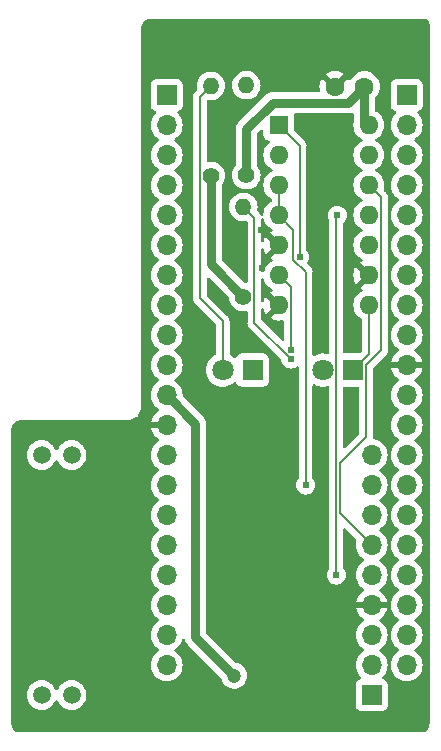
<source format=gbl>
%TF.GenerationSoftware,KiCad,Pcbnew,7.0.5*%
%TF.CreationDate,2023-11-03T15:53:39+09:00*%
%TF.ProjectId,EMUZ80SD_MK2,454d555a-3830-4534-945f-4d4b322e6b69,2.2*%
%TF.SameCoordinates,PX7560bf6PY775100a*%
%TF.FileFunction,Copper,L2,Bot*%
%TF.FilePolarity,Positive*%
%FSLAX46Y46*%
G04 Gerber Fmt 4.6, Leading zero omitted, Abs format (unit mm)*
G04 Created by KiCad (PCBNEW 7.0.5) date 2023-11-03 15:53:39*
%MOMM*%
%LPD*%
G01*
G04 APERTURE LIST*
%TA.AperFunction,ComponentPad*%
%ADD10R,1.600000X1.600000*%
%TD*%
%TA.AperFunction,ComponentPad*%
%ADD11O,1.600000X1.600000*%
%TD*%
%TA.AperFunction,ComponentPad*%
%ADD12R,1.800000X1.800000*%
%TD*%
%TA.AperFunction,ComponentPad*%
%ADD13C,1.800000*%
%TD*%
%TA.AperFunction,ComponentPad*%
%ADD14R,1.700000X1.700000*%
%TD*%
%TA.AperFunction,ComponentPad*%
%ADD15O,1.700000X1.700000*%
%TD*%
%TA.AperFunction,ComponentPad*%
%ADD16C,1.400000*%
%TD*%
%TA.AperFunction,ComponentPad*%
%ADD17O,1.400000X1.400000*%
%TD*%
%TA.AperFunction,ComponentPad*%
%ADD18C,1.600000*%
%TD*%
%TA.AperFunction,ViaPad*%
%ADD19C,0.605000*%
%TD*%
%TA.AperFunction,ViaPad*%
%ADD20C,1.200000*%
%TD*%
%TA.AperFunction,ViaPad*%
%ADD21C,1.500000*%
%TD*%
%TA.AperFunction,Conductor*%
%ADD22C,0.152400*%
%TD*%
%TA.AperFunction,Conductor*%
%ADD23C,0.800000*%
%TD*%
%TA.AperFunction,Conductor*%
%ADD24C,0.400000*%
%TD*%
G04 APERTURE END LIST*
D10*
X22939400Y51700000D03*
D11*
X22939400Y49160000D03*
X22939400Y46620000D03*
X22939400Y44080000D03*
X22939400Y41540000D03*
X22939400Y39000000D03*
X22939400Y36460000D03*
X30559400Y36460000D03*
X30559400Y39000000D03*
X30559400Y41540000D03*
X30559400Y44080000D03*
X30559400Y46620000D03*
X30559400Y49160000D03*
X30559400Y51700000D03*
D12*
X20714400Y30966200D03*
D13*
X18174400Y30966200D03*
D14*
X30800000Y3450000D03*
D15*
X30800000Y5990000D03*
X30800000Y8530000D03*
X30800000Y11070000D03*
X30800000Y13610000D03*
X30800000Y16150000D03*
X30800000Y18690000D03*
X30800000Y21230000D03*
X30800000Y23770000D03*
D16*
X17189400Y47406200D03*
D17*
X17189400Y55026200D03*
D12*
X29189400Y30966200D03*
D13*
X26649400Y30966200D03*
D18*
X27689400Y54966200D03*
X30189400Y54966200D03*
D16*
X19939400Y37156200D03*
D17*
X19939400Y44776200D03*
D16*
X20189400Y47466200D03*
D17*
X20189400Y55086200D03*
D14*
X13450000Y54240000D03*
D15*
X13450000Y51700000D03*
X13450000Y49160000D03*
X13450000Y46620000D03*
X13450000Y44080000D03*
X13450000Y41540000D03*
X13450000Y39000000D03*
X13450000Y36460000D03*
X13450000Y33920000D03*
X13450000Y31380000D03*
X13450000Y28840000D03*
X13450000Y26300000D03*
X13450000Y23760000D03*
X13450000Y21220000D03*
X13450000Y18680000D03*
X13450000Y16140000D03*
X13450000Y13600000D03*
X13450000Y11060000D03*
X13450000Y8520000D03*
X13450000Y5980000D03*
D14*
X33770000Y54240000D03*
D15*
X33770000Y51700000D03*
X33770000Y49160000D03*
X33770000Y46620000D03*
X33770000Y44080000D03*
X33770000Y41540000D03*
X33770000Y39000000D03*
X33770000Y36460000D03*
X33770000Y33920000D03*
X33770000Y31380000D03*
X33770000Y28840000D03*
X33770000Y26300000D03*
X33770000Y23760000D03*
X33770000Y21220000D03*
X33770000Y18680000D03*
X33770000Y16140000D03*
X33770000Y13600000D03*
X33770000Y11060000D03*
X33770000Y8520000D03*
X33770000Y5980000D03*
D19*
X26600000Y24490000D03*
X23580000Y28890000D03*
X31720000Y29350000D03*
X26270000Y42350000D03*
X28810000Y42330000D03*
X28950000Y37420000D03*
X31960000Y47890000D03*
X31930000Y50440000D03*
X23020000Y55160000D03*
X18700000Y50980000D03*
X18720000Y43230000D03*
X15240000Y43120000D03*
X15240000Y47850000D03*
X26050000Y47120000D03*
X28560000Y47420000D03*
X28480000Y51110000D03*
X25680000Y51180000D03*
X19500000Y20860000D03*
X22950000Y20960000D03*
X23140000Y24410000D03*
X18460000Y24360000D03*
X34130000Y2440000D03*
X27040000Y11060000D03*
X19150000Y9190000D03*
X26150000Y17220000D03*
X18170000Y17170000D03*
X26440000Y6080000D03*
X17190000Y33620000D03*
X19470000Y35070000D03*
X22430000Y9850000D03*
X22410000Y17030000D03*
X29010000Y26580000D03*
X21430000Y42860000D03*
X21490000Y39580000D03*
X19710000Y39780000D03*
X26590000Y45470000D03*
X26590000Y37320000D03*
X27820000Y13610000D03*
X27890000Y44080000D03*
X25210000Y21230000D03*
D20*
X19170000Y5080000D03*
D21*
X5400000Y3450000D03*
X5400000Y23770000D03*
X2860000Y3450000D03*
X2860000Y23770000D03*
D19*
X11115000Y4720000D03*
X21800000Y56770000D03*
X7940000Y18690000D03*
X2860000Y9800000D03*
X26800000Y59770000D03*
X14800000Y59770000D03*
X7940000Y14880000D03*
X31800000Y56770000D03*
X2860000Y18690000D03*
X7940000Y23770000D03*
X7940000Y4720000D03*
X11115000Y14880000D03*
X2860000Y14880000D03*
X11115000Y9800000D03*
X19800000Y59770000D03*
X11115000Y18690000D03*
X2860000Y5355000D03*
X15800000Y56770000D03*
X31800000Y59770000D03*
X11115000Y23770000D03*
X7940000Y9800000D03*
X11070000Y25540000D03*
X26800000Y56770000D03*
X24704000Y40534000D03*
X23942000Y31898000D03*
X23942000Y32660000D03*
D22*
X18190000Y30981800D02*
X18174400Y30966200D01*
X16260800Y37049200D02*
X18190000Y35120000D01*
X17189400Y55026200D02*
X16260800Y54097600D01*
X16260800Y54097600D02*
X16260800Y37049200D01*
X18190000Y35120000D02*
X18190000Y30981800D01*
X27805200Y13624800D02*
X27820000Y13610000D01*
X27805200Y43995200D02*
X27805200Y13624800D01*
X27890000Y44080000D02*
X27805200Y43995200D01*
X24172900Y42846500D02*
X22939400Y44080000D01*
X24172900Y40314011D02*
X24172900Y42846500D01*
X25212000Y21232000D02*
X25210000Y21230000D01*
X25212000Y39274911D02*
X24172900Y40314011D01*
X25212000Y39274911D02*
X25212000Y21232000D01*
X28110000Y18840000D02*
X28110000Y23103290D01*
X30800000Y16150000D02*
X28110000Y18840000D01*
D23*
X19170000Y5050000D02*
X19130000Y5090000D01*
X19170000Y5080000D02*
X19170000Y5050000D01*
X19140000Y5080000D02*
X19170000Y5080000D01*
X15864000Y26426000D02*
X15864000Y8356000D01*
X13450000Y28840000D02*
X15864000Y26426000D01*
X15864000Y8356000D02*
X19140000Y5080000D01*
D24*
X11830000Y26300000D02*
X11070000Y25540000D01*
X13450000Y26300000D02*
X11830000Y26300000D01*
D23*
X20189400Y47466200D02*
X20189400Y51331212D01*
X22471988Y53613800D02*
X28837000Y53613800D01*
X17189400Y39906200D02*
X17189400Y47406200D01*
X28837000Y53613800D02*
X30189400Y54966200D01*
X19939400Y37156200D02*
X17189400Y39906200D01*
X30189400Y54966200D02*
X30189400Y52070000D01*
X20189400Y51331212D02*
X22471988Y53613800D01*
X30189400Y52070000D02*
X30559400Y51700000D01*
D22*
X30559400Y32336200D02*
X29189400Y30966200D01*
X30559400Y36460000D02*
X30559400Y32336200D01*
X24704000Y40534000D02*
X24704000Y49935400D01*
X24704000Y49935400D02*
X22939400Y51700000D01*
X20868000Y34972000D02*
X20868000Y43847600D01*
X20868000Y43847600D02*
X19939400Y44776200D01*
X23942000Y31898000D02*
X20868000Y34972000D01*
X30559400Y46620000D02*
X31588000Y45591400D01*
X31588000Y32626974D02*
X30318000Y31356974D01*
X31588000Y45591400D02*
X31588000Y32626974D01*
X30318000Y31356974D02*
X30318000Y25311290D01*
X30318000Y25311290D02*
X28110000Y23103290D01*
X23968000Y32686000D02*
X23968000Y37971400D01*
X23968000Y37971400D02*
X22939400Y39000000D01*
X22939400Y46620000D02*
X22939400Y44080000D01*
%TA.AperFunction,Conductor*%
G36*
X29684339Y29546016D02*
G01*
X29730094Y29493212D01*
X29741300Y29441701D01*
X29741300Y25601529D01*
X29721615Y25534490D01*
X29704981Y25513848D01*
X28593581Y24402448D01*
X28532258Y24368963D01*
X28462566Y24373947D01*
X28406633Y24415819D01*
X28382216Y24481283D01*
X28381900Y24490129D01*
X28381900Y29441701D01*
X28401585Y29508740D01*
X28454389Y29554495D01*
X28505900Y29565701D01*
X29617300Y29565701D01*
X29684339Y29546016D01*
G37*
%TD.AperFunction*%
%TA.AperFunction,Conductor*%
G36*
X29202655Y52759133D02*
G01*
X29260518Y52719972D01*
X29288023Y52655744D01*
X29288900Y52641021D01*
X29288900Y52150627D01*
X29287373Y52131228D01*
X29285181Y52117389D01*
X29288815Y52048044D01*
X29288900Y52044799D01*
X29288900Y52022797D01*
X29289490Y52017185D01*
X29285944Y51972150D01*
X29273765Y51926692D01*
X29253932Y51700001D01*
X29253932Y51699999D01*
X29273764Y51473314D01*
X29273766Y51473303D01*
X29332658Y51253512D01*
X29332661Y51253503D01*
X29428831Y51047268D01*
X29428832Y51047266D01*
X29559354Y50860859D01*
X29720258Y50699955D01*
X29720261Y50699953D01*
X29906666Y50569432D01*
X29964675Y50542382D01*
X30017114Y50496209D01*
X30036266Y50429016D01*
X30016050Y50362135D01*
X29964675Y50317619D01*
X29947672Y50309690D01*
X29906667Y50290569D01*
X29906665Y50290568D01*
X29720258Y50160046D01*
X29559354Y49999142D01*
X29428832Y49812735D01*
X29428831Y49812733D01*
X29332661Y49606498D01*
X29332658Y49606489D01*
X29273766Y49386698D01*
X29273764Y49386687D01*
X29253932Y49160002D01*
X29253932Y49159999D01*
X29273764Y48933314D01*
X29273766Y48933303D01*
X29332658Y48713512D01*
X29332661Y48713503D01*
X29428831Y48507268D01*
X29428832Y48507266D01*
X29559354Y48320859D01*
X29720258Y48159955D01*
X29720261Y48159953D01*
X29906666Y48029432D01*
X29964675Y48002382D01*
X30017114Y47956209D01*
X30036266Y47889016D01*
X30016050Y47822135D01*
X29964675Y47777618D01*
X29906667Y47750569D01*
X29906665Y47750568D01*
X29720258Y47620046D01*
X29559354Y47459142D01*
X29428832Y47272735D01*
X29428831Y47272733D01*
X29332661Y47066498D01*
X29332658Y47066489D01*
X29273766Y46846698D01*
X29273764Y46846687D01*
X29253932Y46620002D01*
X29253932Y46619999D01*
X29273764Y46393314D01*
X29273766Y46393303D01*
X29332658Y46173512D01*
X29332661Y46173503D01*
X29428831Y45967268D01*
X29428832Y45967266D01*
X29559354Y45780859D01*
X29720258Y45619955D01*
X29720261Y45619953D01*
X29906666Y45489432D01*
X29911097Y45487366D01*
X29964675Y45462382D01*
X30017114Y45416209D01*
X30036266Y45349016D01*
X30016050Y45282135D01*
X29964675Y45237618D01*
X29906667Y45210569D01*
X29906665Y45210568D01*
X29720258Y45080046D01*
X29559354Y44919142D01*
X29428832Y44732735D01*
X29428831Y44732733D01*
X29332661Y44526498D01*
X29332658Y44526489D01*
X29273766Y44306698D01*
X29273764Y44306687D01*
X29253932Y44080002D01*
X29253932Y44079999D01*
X29273764Y43853314D01*
X29273766Y43853303D01*
X29332658Y43633512D01*
X29332661Y43633503D01*
X29428831Y43427268D01*
X29428832Y43427266D01*
X29559354Y43240859D01*
X29720258Y43079955D01*
X29720261Y43079953D01*
X29906666Y42949432D01*
X29964675Y42922382D01*
X30017114Y42876209D01*
X30036266Y42809016D01*
X30016050Y42742135D01*
X29964675Y42697618D01*
X29906667Y42670569D01*
X29906665Y42670568D01*
X29720258Y42540046D01*
X29559354Y42379142D01*
X29428832Y42192735D01*
X29428831Y42192733D01*
X29332661Y41986498D01*
X29332658Y41986489D01*
X29273766Y41766698D01*
X29273764Y41766687D01*
X29253932Y41540002D01*
X29253932Y41539999D01*
X29273764Y41313314D01*
X29273766Y41313303D01*
X29332658Y41093512D01*
X29332661Y41093503D01*
X29428831Y40887268D01*
X29428832Y40887266D01*
X29559354Y40700859D01*
X29720258Y40539955D01*
X29720261Y40539953D01*
X29906666Y40409432D01*
X29965265Y40382107D01*
X30017705Y40335935D01*
X30036857Y40268742D01*
X30016642Y40201861D01*
X29965267Y40157343D01*
X29906911Y40130131D01*
X29833926Y40079027D01*
X30514999Y39397954D01*
X30434252Y39385165D01*
X30321355Y39327641D01*
X30231759Y39238045D01*
X30174235Y39125148D01*
X30161446Y39044402D01*
X29480373Y39725474D01*
X29429268Y39652487D01*
X29333134Y39446327D01*
X29333130Y39446318D01*
X29274260Y39226611D01*
X29274258Y39226600D01*
X29254434Y39000003D01*
X29254434Y38999998D01*
X29274258Y38773401D01*
X29274260Y38773390D01*
X29333130Y38553683D01*
X29333134Y38553674D01*
X29429265Y38347519D01*
X29429266Y38347517D01*
X29480373Y38274529D01*
X29480373Y38274528D01*
X30161445Y38955601D01*
X30174235Y38874852D01*
X30231759Y38761955D01*
X30321355Y38672359D01*
X30434252Y38614835D01*
X30514997Y38602047D01*
X29833926Y37920975D01*
X29833926Y37920974D01*
X29906912Y37869869D01*
X29906920Y37869865D01*
X29965265Y37842658D01*
X30017705Y37796486D01*
X30036857Y37729293D01*
X30016642Y37662411D01*
X29965267Y37617895D01*
X29964085Y37617343D01*
X29906664Y37590567D01*
X29720258Y37460046D01*
X29559354Y37299142D01*
X29428832Y37112735D01*
X29428831Y37112733D01*
X29332661Y36906498D01*
X29332658Y36906489D01*
X29273766Y36686698D01*
X29273764Y36686687D01*
X29253932Y36460002D01*
X29253932Y36459999D01*
X29273764Y36233314D01*
X29273766Y36233303D01*
X29332658Y36013512D01*
X29332661Y36013503D01*
X29428831Y35807268D01*
X29428832Y35807266D01*
X29559354Y35620859D01*
X29720258Y35459955D01*
X29720261Y35459953D01*
X29906666Y35329432D01*
X29911099Y35327365D01*
X29963540Y35281197D01*
X29982700Y35214981D01*
X29982700Y32626440D01*
X29963015Y32559401D01*
X29946381Y32538759D01*
X29810641Y32403019D01*
X29749318Y32369534D01*
X29722960Y32366700D01*
X28505900Y32366700D01*
X28438861Y32386385D01*
X28393106Y32439189D01*
X28381900Y32490700D01*
X28381900Y43384926D01*
X28401585Y43451965D01*
X28418210Y43472598D01*
X28521783Y43576170D01*
X28618056Y43729387D01*
X28677821Y43900185D01*
X28698081Y44080000D01*
X28696376Y44095130D01*
X28677822Y44259807D01*
X28677821Y44259813D01*
X28677821Y44259815D01*
X28618056Y44430613D01*
X28521783Y44583830D01*
X28393830Y44711783D01*
X28240612Y44808057D01*
X28069812Y44867822D01*
X28069806Y44867823D01*
X27890004Y44888081D01*
X27889996Y44888081D01*
X27710193Y44867823D01*
X27710187Y44867822D01*
X27539387Y44808057D01*
X27386169Y44711783D01*
X27258217Y44583831D01*
X27161943Y44430613D01*
X27102178Y44259813D01*
X27102177Y44259807D01*
X27081919Y44080004D01*
X27081919Y44079997D01*
X27102177Y43900194D01*
X27102179Y43900183D01*
X27142348Y43785388D01*
X27161944Y43729387D01*
X27209493Y43653714D01*
X27228500Y43587742D01*
X27228500Y32421798D01*
X27208815Y32354759D01*
X27156011Y32309004D01*
X27086853Y32299060D01*
X27064237Y32304517D01*
X26994384Y32328498D01*
X26803850Y32360292D01*
X26765449Y32366700D01*
X26533351Y32366700D01*
X26494950Y32360292D01*
X26304415Y32328498D01*
X26084904Y32253139D01*
X26084890Y32253133D01*
X25971717Y32191887D01*
X25903389Y32177292D01*
X25838017Y32201955D01*
X25796356Y32258046D01*
X25788700Y32300942D01*
X25788700Y39233049D01*
X25789231Y39241150D01*
X25793676Y39274911D01*
X25793676Y39274913D01*
X25773856Y39425459D01*
X25773856Y39425460D01*
X25715746Y39565749D01*
X25649001Y39652733D01*
X25645260Y39657609D01*
X25645252Y39657619D01*
X25642043Y39661800D01*
X25623307Y39686218D01*
X25614062Y39693312D01*
X25596283Y39706955D01*
X25590180Y39712308D01*
X25381217Y39921271D01*
X25347732Y39982594D01*
X25352716Y40052286D01*
X25363904Y40074924D01*
X25415691Y40157343D01*
X25432056Y40183387D01*
X25491821Y40354185D01*
X25503853Y40460975D01*
X25512081Y40533997D01*
X25512081Y40534004D01*
X25491822Y40713807D01*
X25491821Y40713813D01*
X25491821Y40713815D01*
X25432056Y40884613D01*
X25335783Y41037830D01*
X25335781Y41037832D01*
X25317017Y41056597D01*
X25283533Y41117920D01*
X25280700Y41144276D01*
X25280700Y49893538D01*
X25281231Y49901639D01*
X25285676Y49935400D01*
X25285676Y49935402D01*
X25265856Y50085948D01*
X25265856Y50085949D01*
X25207746Y50226238D01*
X25158384Y50290568D01*
X25137260Y50318098D01*
X25137252Y50318108D01*
X25129335Y50328425D01*
X25115307Y50346707D01*
X25095201Y50362135D01*
X25088283Y50367444D01*
X25082180Y50372797D01*
X24276218Y51178759D01*
X24242733Y51240082D01*
X24239899Y51266440D01*
X24239899Y52547871D01*
X24239899Y52547872D01*
X24236870Y52576047D01*
X24249276Y52644805D01*
X24296887Y52695942D01*
X24360160Y52713300D01*
X28756373Y52713300D01*
X28775772Y52711773D01*
X28789612Y52709581D01*
X28858959Y52713216D01*
X28862203Y52713300D01*
X28884191Y52713300D01*
X28884192Y52713300D01*
X28900988Y52715066D01*
X28906064Y52715599D01*
X28909284Y52715853D01*
X28978646Y52719487D01*
X28992187Y52723117D01*
X29011313Y52726662D01*
X29025256Y52728126D01*
X29091306Y52749588D01*
X29094393Y52750502D01*
X29132807Y52760795D01*
X29202655Y52759133D01*
G37*
%TD.AperFunction*%
%TA.AperFunction,Conductor*%
G36*
X22554235Y36334852D02*
G01*
X22611759Y36221955D01*
X22701355Y36132359D01*
X22814252Y36074835D01*
X22894997Y36062047D01*
X22213926Y35380975D01*
X22213926Y35380974D01*
X22286912Y35329869D01*
X22286916Y35329867D01*
X22493073Y35233735D01*
X22493082Y35233731D01*
X22712789Y35174861D01*
X22712800Y35174859D01*
X22939398Y35155034D01*
X22939402Y35155034D01*
X23165999Y35174859D01*
X23166006Y35174860D01*
X23235206Y35193402D01*
X23305056Y35191739D01*
X23362919Y35152577D01*
X23390423Y35088349D01*
X23391300Y35073627D01*
X23391300Y33563640D01*
X23371615Y33496601D01*
X23318811Y33450846D01*
X23249653Y33440902D01*
X23186097Y33469927D01*
X23179619Y33475959D01*
X21481019Y35174559D01*
X21447534Y35235882D01*
X21444700Y35262240D01*
X21444700Y36073606D01*
X21464385Y36140645D01*
X21517189Y36186400D01*
X21586347Y36196344D01*
X21649903Y36167319D01*
X21687677Y36108541D01*
X21688475Y36105699D01*
X21713130Y36013683D01*
X21713134Y36013674D01*
X21809265Y35807519D01*
X21809266Y35807517D01*
X21860373Y35734529D01*
X21860374Y35734528D01*
X22541446Y36415601D01*
X22554235Y36334852D01*
G37*
%TD.AperFunction*%
%TA.AperFunction,Conductor*%
G36*
X21649903Y38705388D02*
G01*
X21687677Y38646610D01*
X21688475Y38643768D01*
X21712658Y38553512D01*
X21712661Y38553503D01*
X21808831Y38347268D01*
X21808832Y38347266D01*
X21939354Y38160859D01*
X22100258Y37999955D01*
X22100261Y37999953D01*
X22286666Y37869432D01*
X22345265Y37842107D01*
X22397705Y37795935D01*
X22416857Y37728742D01*
X22396642Y37661861D01*
X22345267Y37617343D01*
X22286911Y37590131D01*
X22213926Y37539027D01*
X22894999Y36857954D01*
X22814252Y36845165D01*
X22701355Y36787641D01*
X22611759Y36698045D01*
X22554235Y36585148D01*
X22541446Y36504401D01*
X21860373Y37185474D01*
X21860372Y37185473D01*
X21809268Y37112487D01*
X21713134Y36906327D01*
X21713131Y36906321D01*
X21688475Y36814301D01*
X21652110Y36754641D01*
X21589263Y36724112D01*
X21519887Y36732407D01*
X21466009Y36776892D01*
X21444735Y36843444D01*
X21444700Y36846395D01*
X21444700Y38611675D01*
X21464385Y38678714D01*
X21517189Y38724469D01*
X21586347Y38734413D01*
X21649903Y38705388D01*
G37*
%TD.AperFunction*%
%TA.AperFunction,Conductor*%
G36*
X22554235Y41414852D02*
G01*
X22611759Y41301955D01*
X22701355Y41212359D01*
X22814252Y41154835D01*
X22894997Y41142047D01*
X22213926Y40460975D01*
X22213926Y40460974D01*
X22286912Y40409869D01*
X22286920Y40409865D01*
X22345265Y40382658D01*
X22397705Y40336486D01*
X22416857Y40269293D01*
X22396642Y40202411D01*
X22345267Y40157895D01*
X22344085Y40157343D01*
X22286664Y40130567D01*
X22100258Y40000046D01*
X21939354Y39839142D01*
X21808832Y39652735D01*
X21808831Y39652733D01*
X21712661Y39446498D01*
X21712658Y39446489D01*
X21688475Y39356233D01*
X21652110Y39296572D01*
X21589263Y39266043D01*
X21519888Y39274338D01*
X21466010Y39318823D01*
X21444735Y39385375D01*
X21444700Y39388326D01*
X21444700Y41153606D01*
X21464385Y41220645D01*
X21517189Y41266400D01*
X21586347Y41276344D01*
X21649903Y41247319D01*
X21687677Y41188541D01*
X21688475Y41185699D01*
X21713130Y41093683D01*
X21713134Y41093674D01*
X21809265Y40887519D01*
X21809266Y40887517D01*
X21860373Y40814529D01*
X21860373Y40814528D01*
X22541445Y41495601D01*
X22554235Y41414852D01*
G37*
%TD.AperFunction*%
%TA.AperFunction,Conductor*%
G36*
X21649903Y43785388D02*
G01*
X21687677Y43726610D01*
X21688475Y43723768D01*
X21712658Y43633512D01*
X21712661Y43633503D01*
X21808831Y43427268D01*
X21808832Y43427266D01*
X21939354Y43240859D01*
X22100258Y43079955D01*
X22100261Y43079953D01*
X22286666Y42949432D01*
X22345265Y42922107D01*
X22397705Y42875935D01*
X22416857Y42808742D01*
X22396642Y42741861D01*
X22345267Y42697343D01*
X22286911Y42670131D01*
X22213926Y42619027D01*
X22894999Y41937954D01*
X22814252Y41925165D01*
X22701355Y41867641D01*
X22611759Y41778045D01*
X22554235Y41665148D01*
X22541446Y41584402D01*
X21860373Y42265474D01*
X21809268Y42192487D01*
X21713134Y41986327D01*
X21713131Y41986321D01*
X21688475Y41894301D01*
X21652110Y41834641D01*
X21589263Y41804112D01*
X21519887Y41812407D01*
X21466009Y41856892D01*
X21444735Y41923444D01*
X21444700Y41926395D01*
X21444700Y43691675D01*
X21464385Y43758714D01*
X21517189Y43804469D01*
X21586347Y43814413D01*
X21649903Y43785388D01*
G37*
%TD.AperFunction*%
%TA.AperFunction,Conductor*%
G36*
X35192437Y60699499D02*
G01*
X35202413Y60699500D01*
X35202417Y60699498D01*
X35245942Y60699500D01*
X35254042Y60698969D01*
X35311607Y60691394D01*
X35350164Y60686319D01*
X35381430Y60677942D01*
X35449258Y60649848D01*
X35459678Y60645532D01*
X35487710Y60629348D01*
X35554903Y60577790D01*
X35577789Y60554904D01*
X35602329Y60522923D01*
X35629346Y60487713D01*
X35645531Y60459679D01*
X35677940Y60381434D01*
X35686318Y60350163D01*
X35698968Y60254043D01*
X35699499Y60245943D01*
X35699498Y60192438D01*
X35699500Y60192413D01*
X35699500Y1003062D01*
X35699201Y996980D01*
X35687254Y875709D01*
X35682511Y851870D01*
X35649798Y744035D01*
X35640496Y721579D01*
X35587377Y622200D01*
X35573873Y601989D01*
X35502386Y514880D01*
X35485199Y497692D01*
X35398088Y426199D01*
X35377878Y412695D01*
X35278503Y359573D01*
X35256046Y350270D01*
X35148209Y317553D01*
X35124371Y312810D01*
X35045913Y305078D01*
X35002495Y300799D01*
X34996420Y300500D01*
X1003061Y300500D01*
X996979Y300799D01*
X875696Y312747D01*
X851855Y317490D01*
X744008Y350208D01*
X721552Y359510D01*
X622157Y412639D01*
X601946Y426144D01*
X514828Y497641D01*
X497640Y514829D01*
X426143Y601947D01*
X412638Y622158D01*
X412616Y622200D01*
X359508Y721556D01*
X350207Y744009D01*
X317487Y851862D01*
X312747Y875693D01*
X306035Y943827D01*
X300799Y996981D01*
X300500Y1003062D01*
X300500Y3449998D01*
X1604723Y3449998D01*
X1623793Y3232025D01*
X1623793Y3232021D01*
X1680422Y3020678D01*
X1680424Y3020674D01*
X1680425Y3020670D01*
X1702382Y2973584D01*
X1772897Y2822362D01*
X1772898Y2822361D01*
X1898402Y2643123D01*
X2053123Y2488402D01*
X2232361Y2362898D01*
X2430670Y2270425D01*
X2642023Y2213793D01*
X2824926Y2197792D01*
X2859998Y2194723D01*
X2860000Y2194723D01*
X2860002Y2194723D01*
X2888254Y2197195D01*
X3077977Y2213793D01*
X3289330Y2270425D01*
X3487639Y2362898D01*
X3666877Y2488402D01*
X3821598Y2643123D01*
X3947102Y2822361D01*
X4017618Y2973586D01*
X4063790Y3026023D01*
X4130984Y3045175D01*
X4197865Y3024959D01*
X4242381Y2973586D01*
X4312898Y2822361D01*
X4438402Y2643123D01*
X4593123Y2488402D01*
X4772361Y2362898D01*
X4970670Y2270425D01*
X5182023Y2213793D01*
X5364926Y2197792D01*
X5399998Y2194723D01*
X5400000Y2194723D01*
X5400002Y2194723D01*
X5428254Y2197195D01*
X5617977Y2213793D01*
X5829330Y2270425D01*
X6027639Y2362898D01*
X6206877Y2488402D01*
X6361598Y2643123D01*
X6487102Y2822361D01*
X6579575Y3020670D01*
X6636207Y3232023D01*
X6655277Y3450000D01*
X6636207Y3667977D01*
X6579575Y3879330D01*
X6487102Y4077638D01*
X6487099Y4077642D01*
X6487099Y4077643D01*
X6361599Y4256876D01*
X6361596Y4256879D01*
X6206877Y4411598D01*
X6027639Y4537102D01*
X6027640Y4537102D01*
X6027638Y4537103D01*
X5928484Y4583339D01*
X5829330Y4629575D01*
X5829326Y4629576D01*
X5829322Y4629578D01*
X5617977Y4686207D01*
X5400002Y4705277D01*
X5399998Y4705277D01*
X5254682Y4692564D01*
X5182023Y4686207D01*
X5182020Y4686207D01*
X4970677Y4629578D01*
X4970668Y4629574D01*
X4772361Y4537102D01*
X4772357Y4537100D01*
X4593121Y4411598D01*
X4438402Y4256879D01*
X4312900Y4077643D01*
X4312900Y4077642D01*
X4242381Y3926416D01*
X4196208Y3873977D01*
X4129014Y3854826D01*
X4062133Y3875042D01*
X4017618Y3926416D01*
X3947102Y4077638D01*
X3947099Y4077642D01*
X3947099Y4077643D01*
X3821599Y4256876D01*
X3821596Y4256879D01*
X3666877Y4411598D01*
X3487639Y4537102D01*
X3487640Y4537102D01*
X3487638Y4537103D01*
X3388484Y4583339D01*
X3289330Y4629575D01*
X3289326Y4629576D01*
X3289322Y4629578D01*
X3077977Y4686207D01*
X2860002Y4705277D01*
X2859998Y4705277D01*
X2714681Y4692564D01*
X2642023Y4686207D01*
X2642020Y4686207D01*
X2430677Y4629578D01*
X2430668Y4629574D01*
X2232361Y4537102D01*
X2232357Y4537100D01*
X2053121Y4411598D01*
X1898402Y4256879D01*
X1772900Y4077643D01*
X1772898Y4077639D01*
X1680426Y3879332D01*
X1680422Y3879323D01*
X1623793Y3667980D01*
X1623793Y3667976D01*
X1604723Y3450003D01*
X1604723Y3449998D01*
X300500Y3449998D01*
X300500Y5980000D01*
X12094341Y5980000D01*
X12114936Y5744597D01*
X12114938Y5744587D01*
X12176094Y5516345D01*
X12176096Y5516341D01*
X12176097Y5516337D01*
X12193386Y5479261D01*
X12275965Y5302170D01*
X12275967Y5302166D01*
X12384281Y5147479D01*
X12411505Y5108599D01*
X12578599Y4941505D01*
X12666303Y4880094D01*
X12772165Y4805968D01*
X12772167Y4805967D01*
X12772170Y4805965D01*
X12986337Y4706097D01*
X13214592Y4644937D01*
X13390188Y4629574D01*
X13449999Y4624341D01*
X13450000Y4624341D01*
X13450001Y4624341D01*
X13509812Y4629574D01*
X13685408Y4644937D01*
X13913663Y4706097D01*
X14127830Y4805965D01*
X14321401Y4941505D01*
X14488495Y5108599D01*
X14624035Y5302170D01*
X14723903Y5516337D01*
X14785063Y5744592D01*
X14805659Y5980000D01*
X14785063Y6215408D01*
X14723903Y6443663D01*
X14624035Y6657829D01*
X14488495Y6851401D01*
X14488494Y6851403D01*
X14321402Y7018494D01*
X14321396Y7018499D01*
X14135842Y7148425D01*
X14092217Y7203002D01*
X14085023Y7272500D01*
X14116546Y7334855D01*
X14135842Y7351575D01*
X14158026Y7367109D01*
X14321401Y7481505D01*
X14488495Y7648599D01*
X14624035Y7842170D01*
X14723903Y8056337D01*
X14746904Y8142180D01*
X14783268Y8201839D01*
X14846115Y8232369D01*
X14915491Y8224075D01*
X14969369Y8179590D01*
X14984609Y8148406D01*
X14999784Y8101702D01*
X15000705Y8098591D01*
X15018679Y8031514D01*
X15018684Y8031502D01*
X15025043Y8019022D01*
X15032488Y8001051D01*
X15036820Y7987718D01*
X15071537Y7927586D01*
X15073085Y7924734D01*
X15094992Y7881741D01*
X15104617Y7862851D01*
X15104619Y7862849D01*
X15104620Y7862847D01*
X15113438Y7851957D01*
X15124454Y7835930D01*
X15131465Y7823787D01*
X15131470Y7823780D01*
X15177939Y7772169D01*
X15180043Y7769705D01*
X15193882Y7752618D01*
X15209423Y7737078D01*
X15211657Y7734723D01*
X15258128Y7683113D01*
X15269468Y7674874D01*
X15284265Y7662236D01*
X18066406Y4880094D01*
X18097991Y4826348D01*
X18139418Y4680747D01*
X18230327Y4498179D01*
X18353237Y4335419D01*
X18503958Y4198020D01*
X18503960Y4198018D01*
X18603141Y4136608D01*
X18677363Y4090652D01*
X18867544Y4016976D01*
X19068024Y3979500D01*
X19068026Y3979500D01*
X19271974Y3979500D01*
X19271976Y3979500D01*
X19472456Y4016976D01*
X19662637Y4090652D01*
X19836041Y4198019D01*
X19986764Y4335421D01*
X20109673Y4498179D01*
X20200582Y4680750D01*
X20256397Y4876917D01*
X20275215Y5080000D01*
X20271638Y5118598D01*
X20256397Y5283083D01*
X20248121Y5312170D01*
X20200582Y5479250D01*
X20182115Y5516336D01*
X20156272Y5568236D01*
X20109673Y5661821D01*
X19986764Y5824579D01*
X19986762Y5824582D01*
X19836041Y5961981D01*
X19836039Y5961983D01*
X19662642Y6069345D01*
X19662635Y6069349D01*
X19472454Y6143025D01*
X19360173Y6164015D01*
X19297892Y6195683D01*
X19295278Y6198222D01*
X16800819Y8692681D01*
X16767334Y8754004D01*
X16764500Y8780362D01*
X16764500Y26345373D01*
X16766027Y26364774D01*
X16767154Y26371889D01*
X16768219Y26378611D01*
X16764584Y26447959D01*
X16764500Y26451202D01*
X16764500Y26473187D01*
X16764500Y26473192D01*
X16762200Y26495069D01*
X16761947Y26498281D01*
X16758313Y26567645D01*
X16754685Y26581186D01*
X16751139Y26600312D01*
X16749674Y26614256D01*
X16728213Y26680303D01*
X16727297Y26683396D01*
X16709320Y26750487D01*
X16702953Y26762982D01*
X16695511Y26780949D01*
X16691179Y26794284D01*
X16656458Y26854423D01*
X16654912Y26857271D01*
X16623386Y26919145D01*
X16623383Y26919150D01*
X16614560Y26930045D01*
X16603539Y26946081D01*
X16596534Y26958214D01*
X16596533Y26958216D01*
X16559092Y26999798D01*
X16550075Y27009813D01*
X16547967Y27012281D01*
X16534125Y27029374D01*
X16534116Y27029384D01*
X16518567Y27044933D01*
X16516332Y27047288D01*
X16469875Y27098884D01*
X16469869Y27098890D01*
X16458529Y27107129D01*
X16443736Y27119764D01*
X14839935Y28723565D01*
X14806450Y28784888D01*
X14804088Y28822051D01*
X14805659Y28840000D01*
X14785063Y29075408D01*
X14723903Y29303663D01*
X14624035Y29517829D01*
X14612876Y29533767D01*
X14488494Y29711403D01*
X14321402Y29878494D01*
X14321401Y29878495D01*
X14135842Y30008425D01*
X14135841Y30008426D01*
X14092216Y30063003D01*
X14085024Y30132502D01*
X14116546Y30194856D01*
X14135836Y30211572D01*
X14321401Y30341505D01*
X14488495Y30508599D01*
X14624035Y30702170D01*
X14723903Y30916337D01*
X14785063Y31144592D01*
X14805659Y31380000D01*
X14785063Y31615408D01*
X14723903Y31843663D01*
X14624035Y32057829D01*
X14588534Y32108531D01*
X14488494Y32251403D01*
X14321402Y32418494D01*
X14321396Y32418499D01*
X14135842Y32548425D01*
X14092217Y32603002D01*
X14085023Y32672500D01*
X14116546Y32734855D01*
X14135842Y32751575D01*
X14158026Y32767109D01*
X14321401Y32881505D01*
X14488495Y33048599D01*
X14624035Y33242170D01*
X14723903Y33456337D01*
X14785063Y33684592D01*
X14805659Y33920000D01*
X14785063Y34155408D01*
X14723903Y34383663D01*
X14652174Y34537486D01*
X14624035Y34597830D01*
X14624034Y34597831D01*
X14488494Y34791403D01*
X14321402Y34958494D01*
X14321401Y34958495D01*
X14156976Y35073627D01*
X14135841Y35088426D01*
X14092216Y35143003D01*
X14085024Y35212502D01*
X14116546Y35274856D01*
X14135836Y35291572D01*
X14321401Y35421505D01*
X14488495Y35588599D01*
X14624035Y35782170D01*
X14723903Y35996337D01*
X14785063Y36224592D01*
X14805659Y36460000D01*
X14785063Y36695408D01*
X14723903Y36923663D01*
X14665364Y37049199D01*
X15679124Y37049199D01*
X15698943Y36898653D01*
X15698944Y36898651D01*
X15757054Y36758361D01*
X15785974Y36720672D01*
X15849490Y36637896D01*
X15849491Y36637895D01*
X15849493Y36637893D01*
X15866779Y36624629D01*
X15876511Y36617161D01*
X15882606Y36611817D01*
X16759894Y35734529D01*
X17576981Y34917442D01*
X17610466Y34856119D01*
X17613300Y34829761D01*
X17613300Y32328866D01*
X17593615Y32261827D01*
X17548318Y32219812D01*
X17534959Y32212582D01*
X17405771Y32142669D01*
X17405765Y32142665D01*
X17222622Y32000119D01*
X17222619Y32000116D01*
X17222616Y32000114D01*
X17222616Y32000113D01*
X17177719Y31951342D01*
X17065416Y31829348D01*
X16938475Y31635049D01*
X16845242Y31422501D01*
X16788266Y31197509D01*
X16788264Y31197498D01*
X16769100Y30966207D01*
X16769100Y30966194D01*
X16788264Y30734903D01*
X16788266Y30734892D01*
X16845242Y30509900D01*
X16938475Y30297352D01*
X17065416Y30103053D01*
X17065419Y30103049D01*
X17065421Y30103047D01*
X17222616Y29932287D01*
X17222619Y29932285D01*
X17222622Y29932282D01*
X17405765Y29789736D01*
X17405771Y29789732D01*
X17405774Y29789730D01*
X17609897Y29679264D01*
X17723887Y29640132D01*
X17829415Y29603903D01*
X17829417Y29603903D01*
X17829419Y29603902D01*
X18058351Y29565700D01*
X18058352Y29565700D01*
X18290448Y29565700D01*
X18290449Y29565700D01*
X18519381Y29603902D01*
X18738903Y29679264D01*
X18943026Y29789730D01*
X19126184Y29932287D01*
X19134530Y29941354D01*
X19194410Y29977346D01*
X19264249Y29975251D01*
X19321868Y29935731D01*
X19341944Y29900709D01*
X19370603Y29823870D01*
X19370606Y29823865D01*
X19456852Y29708656D01*
X19456855Y29708653D01*
X19572064Y29622407D01*
X19572071Y29622403D01*
X19706917Y29572109D01*
X19706916Y29572109D01*
X19713844Y29571365D01*
X19766527Y29565700D01*
X21662272Y29565701D01*
X21721883Y29572109D01*
X21856731Y29622404D01*
X21971946Y29708654D01*
X22058196Y29823869D01*
X22108491Y29958717D01*
X22114900Y30018327D01*
X22114899Y31914072D01*
X22108491Y31973683D01*
X22098633Y32000113D01*
X22058197Y32108529D01*
X22058193Y32108536D01*
X21971947Y32223745D01*
X21971944Y32223748D01*
X21856735Y32309994D01*
X21856728Y32309998D01*
X21721882Y32360292D01*
X21721883Y32360292D01*
X21662283Y32366699D01*
X21662281Y32366700D01*
X21662273Y32366700D01*
X21662264Y32366700D01*
X19766529Y32366700D01*
X19766523Y32366699D01*
X19706916Y32360292D01*
X19572071Y32309998D01*
X19572064Y32309994D01*
X19456855Y32223748D01*
X19456852Y32223745D01*
X19370606Y32108536D01*
X19370603Y32108530D01*
X19341944Y32031692D01*
X19300072Y31975759D01*
X19234608Y31951342D01*
X19166335Y31966194D01*
X19134535Y31991042D01*
X19126184Y32000113D01*
X19126178Y32000118D01*
X19126177Y32000119D01*
X18943034Y32142665D01*
X18943019Y32142675D01*
X18831682Y32202928D01*
X18782092Y32252147D01*
X18766700Y32311982D01*
X18766700Y35078138D01*
X18767231Y35086239D01*
X18768258Y35094035D01*
X18771676Y35120000D01*
X18764453Y35174861D01*
X18751856Y35270548D01*
X18751854Y35270553D01*
X18747445Y35281197D01*
X18706117Y35380975D01*
X18693748Y35410837D01*
X18693746Y35410839D01*
X18656059Y35459953D01*
X18624515Y35501062D01*
X18624514Y35501063D01*
X18601307Y35531307D01*
X18601305Y35531308D01*
X18601305Y35531309D01*
X18574283Y35552044D01*
X18568180Y35557397D01*
X16873819Y37251759D01*
X16840334Y37313082D01*
X16837500Y37339440D01*
X16837500Y38685239D01*
X16857185Y38752278D01*
X16909989Y38798033D01*
X16979147Y38807977D01*
X17042703Y38778952D01*
X17049181Y38772920D01*
X18709027Y37113074D01*
X18742512Y37051751D01*
X18744817Y37036835D01*
X18754285Y36934665D01*
X18754285Y36934663D01*
X18815169Y36720677D01*
X18815175Y36720662D01*
X18914338Y36521517D01*
X18914343Y36521509D01*
X19048420Y36343962D01*
X19212837Y36194077D01*
X19212839Y36194075D01*
X19401995Y36076955D01*
X19401996Y36076955D01*
X19401999Y36076953D01*
X19609460Y35996582D01*
X19828157Y35955700D01*
X19828159Y35955700D01*
X20050642Y35955700D01*
X20050643Y35955700D01*
X20144514Y35973248D01*
X20214029Y35966218D01*
X20268708Y35922721D01*
X20291191Y35856568D01*
X20291300Y35851360D01*
X20291300Y35013865D01*
X20290769Y35005764D01*
X20286324Y34972002D01*
X20286324Y34971999D01*
X20306143Y34821453D01*
X20306144Y34821451D01*
X20364253Y34681162D01*
X20428195Y34597830D01*
X20428196Y34597830D01*
X20428197Y34597829D01*
X20456693Y34560693D01*
X20477998Y34544345D01*
X20483711Y34539961D01*
X20489806Y34534617D01*
X21831509Y33192914D01*
X23104188Y31920235D01*
X23137673Y31858912D01*
X23139727Y31846438D01*
X23154177Y31718191D01*
X23213943Y31547388D01*
X23292415Y31422501D01*
X23310217Y31394170D01*
X23438170Y31266217D01*
X23591387Y31169944D01*
X23762185Y31110179D01*
X23762191Y31110179D01*
X23762193Y31110178D01*
X23941996Y31089919D01*
X23942000Y31089919D01*
X23942004Y31089919D01*
X24121806Y31110178D01*
X24121805Y31110178D01*
X24121815Y31110179D01*
X24292613Y31169944D01*
X24445327Y31265902D01*
X24512564Y31284902D01*
X24579399Y31264535D01*
X24624614Y31211267D01*
X24635300Y31160908D01*
X24635300Y21842276D01*
X24615615Y21775237D01*
X24598981Y21754595D01*
X24578219Y21733834D01*
X24481943Y21580613D01*
X24422178Y21409813D01*
X24422177Y21409807D01*
X24401919Y21230004D01*
X24401919Y21229997D01*
X24422177Y21050194D01*
X24422178Y21050188D01*
X24481943Y20879388D01*
X24481944Y20879387D01*
X24578217Y20726170D01*
X24706170Y20598217D01*
X24859387Y20501944D01*
X25030185Y20442179D01*
X25030191Y20442179D01*
X25030193Y20442178D01*
X25209996Y20421919D01*
X25210000Y20421919D01*
X25210004Y20421919D01*
X25389806Y20442178D01*
X25389805Y20442178D01*
X25389815Y20442179D01*
X25560613Y20501944D01*
X25713830Y20598217D01*
X25841783Y20726170D01*
X25938056Y20879387D01*
X25997821Y21050185D01*
X25998630Y21057366D01*
X26018081Y21229997D01*
X26018081Y21230004D01*
X25997822Y21409807D01*
X25997821Y21409813D01*
X25997821Y21409815D01*
X25938056Y21580613D01*
X25841783Y21733830D01*
X25825019Y21750594D01*
X25791534Y21811917D01*
X25788700Y21838275D01*
X25788700Y29631459D01*
X25808385Y29698498D01*
X25861189Y29744253D01*
X25930347Y29754197D01*
X25971715Y29740515D01*
X26084897Y29679264D01*
X26198887Y29640132D01*
X26304415Y29603903D01*
X26304417Y29603903D01*
X26304419Y29603902D01*
X26533351Y29565700D01*
X26533352Y29565700D01*
X26765448Y29565700D01*
X26765449Y29565700D01*
X26994381Y29603902D01*
X27064238Y29627885D01*
X27134034Y29631034D01*
X27194456Y29595949D01*
X27226317Y29533767D01*
X27228500Y29510603D01*
X27228500Y14205475D01*
X27208815Y14138436D01*
X27192181Y14117794D01*
X27188217Y14113831D01*
X27091943Y13960613D01*
X27032178Y13789813D01*
X27032177Y13789807D01*
X27011919Y13610004D01*
X27011919Y13609997D01*
X27032177Y13430194D01*
X27032178Y13430188D01*
X27091943Y13259388D01*
X27091944Y13259387D01*
X27188217Y13106170D01*
X27316170Y12978217D01*
X27469387Y12881944D01*
X27640185Y12822179D01*
X27640191Y12822179D01*
X27640193Y12822178D01*
X27819996Y12801919D01*
X27820000Y12801919D01*
X27820004Y12801919D01*
X27999806Y12822178D01*
X27999805Y12822178D01*
X27999815Y12822179D01*
X28170613Y12881944D01*
X28323830Y12978217D01*
X28451783Y13106170D01*
X28548056Y13259387D01*
X28607821Y13430185D01*
X28608630Y13437366D01*
X28628081Y13609997D01*
X28628081Y13610004D01*
X28607822Y13789807D01*
X28607821Y13789813D01*
X28607821Y13789815D01*
X28548056Y13960613D01*
X28451783Y14113830D01*
X28418219Y14147394D01*
X28384734Y14208717D01*
X28381900Y14235075D01*
X28381900Y17453161D01*
X28401585Y17520200D01*
X28454389Y17565955D01*
X28523547Y17575899D01*
X28587103Y17546874D01*
X28593581Y17540842D01*
X29474346Y16660077D01*
X29507831Y16598754D01*
X29506440Y16540303D01*
X29464938Y16385414D01*
X29464936Y16385404D01*
X29444341Y16150001D01*
X29444341Y16150000D01*
X29464936Y15914597D01*
X29464938Y15914587D01*
X29526094Y15686345D01*
X29526096Y15686341D01*
X29526097Y15686337D01*
X29530761Y15676336D01*
X29625965Y15472170D01*
X29625967Y15472166D01*
X29761501Y15278605D01*
X29761506Y15278598D01*
X29928597Y15111507D01*
X29928603Y15111502D01*
X30114158Y14981575D01*
X30157783Y14926998D01*
X30164977Y14857500D01*
X30133454Y14795145D01*
X30114158Y14778425D01*
X29928597Y14648495D01*
X29761505Y14481403D01*
X29625965Y14287831D01*
X29625964Y14287829D01*
X29526098Y14073665D01*
X29526094Y14073656D01*
X29464938Y13845414D01*
X29464936Y13845404D01*
X29444341Y13610001D01*
X29444341Y13610000D01*
X29464936Y13374597D01*
X29464938Y13374587D01*
X29526094Y13146345D01*
X29526096Y13146341D01*
X29526097Y13146337D01*
X29604493Y12978217D01*
X29625965Y12932170D01*
X29625967Y12932166D01*
X29761501Y12738605D01*
X29761506Y12738598D01*
X29928597Y12571507D01*
X29928603Y12571502D01*
X30114594Y12441270D01*
X30158219Y12386693D01*
X30165413Y12317195D01*
X30133890Y12254840D01*
X30114595Y12238120D01*
X29928922Y12108110D01*
X29928920Y12108109D01*
X29761891Y11941080D01*
X29761886Y11941074D01*
X29626400Y11747580D01*
X29626399Y11747578D01*
X29526570Y11533493D01*
X29526567Y11533487D01*
X29469364Y11320001D01*
X29469364Y11320000D01*
X30366314Y11320000D01*
X30340507Y11279844D01*
X30300000Y11141889D01*
X30300000Y10998111D01*
X30340507Y10860156D01*
X30366314Y10820000D01*
X29469364Y10820000D01*
X29526567Y10606514D01*
X29526570Y10606508D01*
X29626399Y10392422D01*
X29761894Y10198918D01*
X29928917Y10031895D01*
X30114595Y9901881D01*
X30158219Y9847304D01*
X30165412Y9777805D01*
X30133890Y9715451D01*
X30114595Y9698731D01*
X29928594Y9568492D01*
X29761505Y9401403D01*
X29625965Y9207831D01*
X29625964Y9207829D01*
X29526098Y8993665D01*
X29526094Y8993656D01*
X29464938Y8765414D01*
X29464936Y8765404D01*
X29444341Y8530001D01*
X29444341Y8530000D01*
X29464936Y8294597D01*
X29464938Y8294587D01*
X29526094Y8066345D01*
X29526096Y8066341D01*
X29526097Y8066337D01*
X29562758Y7987718D01*
X29625965Y7852170D01*
X29625967Y7852166D01*
X29695672Y7752618D01*
X29758958Y7662236D01*
X29761501Y7658605D01*
X29761506Y7658598D01*
X29928597Y7491507D01*
X29928603Y7491502D01*
X30114158Y7361575D01*
X30157783Y7306998D01*
X30164977Y7237500D01*
X30133454Y7175145D01*
X30114158Y7158425D01*
X29928597Y7028495D01*
X29761505Y6861403D01*
X29625965Y6667831D01*
X29625964Y6667829D01*
X29526098Y6453665D01*
X29526094Y6453656D01*
X29464938Y6225414D01*
X29464936Y6225404D01*
X29444341Y5990001D01*
X29444341Y5990000D01*
X29464936Y5754597D01*
X29464938Y5754587D01*
X29526094Y5526345D01*
X29526096Y5526341D01*
X29526097Y5526337D01*
X29548055Y5479248D01*
X29625965Y5312170D01*
X29625967Y5312166D01*
X29734281Y5157479D01*
X29761501Y5118604D01*
X29761506Y5118598D01*
X29883430Y4996674D01*
X29916915Y4935351D01*
X29911931Y4865659D01*
X29870059Y4809726D01*
X29839083Y4792811D01*
X29707669Y4743797D01*
X29707664Y4743794D01*
X29592455Y4657548D01*
X29592452Y4657545D01*
X29506206Y4542336D01*
X29506202Y4542329D01*
X29455908Y4407483D01*
X29449501Y4347884D01*
X29449501Y4347877D01*
X29449500Y4347865D01*
X29449500Y2552130D01*
X29449501Y2552124D01*
X29455908Y2492517D01*
X29506202Y2357672D01*
X29506206Y2357665D01*
X29592452Y2242456D01*
X29592455Y2242453D01*
X29707664Y2156207D01*
X29707671Y2156203D01*
X29842517Y2105909D01*
X29842516Y2105909D01*
X29849444Y2105165D01*
X29902127Y2099500D01*
X31697872Y2099501D01*
X31757483Y2105909D01*
X31892331Y2156204D01*
X32007546Y2242454D01*
X32093796Y2357669D01*
X32144091Y2492517D01*
X32150500Y2552127D01*
X32150499Y4347872D01*
X32144091Y4407483D01*
X32142556Y4411598D01*
X32093797Y4542329D01*
X32093793Y4542336D01*
X32007547Y4657545D01*
X32007544Y4657548D01*
X31892335Y4743794D01*
X31892328Y4743798D01*
X31760917Y4792811D01*
X31704983Y4834682D01*
X31680566Y4900147D01*
X31695418Y4968420D01*
X31716563Y4996668D01*
X31838495Y5118599D01*
X31974035Y5312170D01*
X32073903Y5526337D01*
X32135063Y5754592D01*
X32154784Y5980000D01*
X32414341Y5980000D01*
X32434936Y5744597D01*
X32434938Y5744587D01*
X32496094Y5516345D01*
X32496096Y5516341D01*
X32496097Y5516337D01*
X32513386Y5479261D01*
X32595965Y5302170D01*
X32595967Y5302166D01*
X32704281Y5147479D01*
X32731505Y5108599D01*
X32898599Y4941505D01*
X32986303Y4880094D01*
X33092165Y4805968D01*
X33092167Y4805967D01*
X33092170Y4805965D01*
X33306337Y4706097D01*
X33534592Y4644937D01*
X33710188Y4629574D01*
X33769999Y4624341D01*
X33770000Y4624341D01*
X33770001Y4624341D01*
X33829812Y4629574D01*
X34005408Y4644937D01*
X34233663Y4706097D01*
X34447830Y4805965D01*
X34641401Y4941505D01*
X34808495Y5108599D01*
X34944035Y5302170D01*
X35043903Y5516337D01*
X35105063Y5744592D01*
X35125659Y5980000D01*
X35105063Y6215408D01*
X35043903Y6443663D01*
X34944035Y6657829D01*
X34808495Y6851401D01*
X34808494Y6851403D01*
X34641402Y7018494D01*
X34641396Y7018499D01*
X34455842Y7148425D01*
X34412217Y7203002D01*
X34405023Y7272500D01*
X34436546Y7334855D01*
X34455842Y7351575D01*
X34478026Y7367109D01*
X34641401Y7481505D01*
X34808495Y7648599D01*
X34944035Y7842170D01*
X35043903Y8056337D01*
X35105063Y8284592D01*
X35125659Y8520000D01*
X35105063Y8755408D01*
X35043903Y8983663D01*
X34944035Y9197829D01*
X34808495Y9391401D01*
X34808494Y9391403D01*
X34641402Y9558494D01*
X34641401Y9558495D01*
X34455842Y9688425D01*
X34455841Y9688426D01*
X34412216Y9743003D01*
X34405024Y9812502D01*
X34436546Y9874856D01*
X34455836Y9891572D01*
X34641401Y10021505D01*
X34808495Y10188599D01*
X34944035Y10382170D01*
X35043903Y10596337D01*
X35105063Y10824592D01*
X35125659Y11060000D01*
X35105063Y11295408D01*
X35043903Y11523663D01*
X34944035Y11737829D01*
X34937208Y11747580D01*
X34808494Y11931403D01*
X34641402Y12098494D01*
X34641396Y12098499D01*
X34455842Y12228425D01*
X34412217Y12283002D01*
X34405023Y12352500D01*
X34436546Y12414855D01*
X34455842Y12431575D01*
X34478026Y12447109D01*
X34641401Y12561505D01*
X34808495Y12728599D01*
X34944035Y12922170D01*
X35043903Y13136337D01*
X35105063Y13364592D01*
X35125659Y13600000D01*
X35105063Y13835408D01*
X35043903Y14063663D01*
X34944035Y14277829D01*
X34808495Y14471401D01*
X34808494Y14471403D01*
X34641402Y14638494D01*
X34641401Y14638495D01*
X34455842Y14768425D01*
X34455841Y14768426D01*
X34412216Y14823003D01*
X34405024Y14892502D01*
X34436546Y14954856D01*
X34455836Y14971572D01*
X34641401Y15101505D01*
X34808495Y15268599D01*
X34944035Y15462170D01*
X35043903Y15676337D01*
X35105063Y15904592D01*
X35125659Y16140000D01*
X35105063Y16375408D01*
X35043903Y16603663D01*
X34944035Y16817829D01*
X34808495Y17011401D01*
X34808494Y17011403D01*
X34641402Y17178494D01*
X34641396Y17178499D01*
X34455842Y17308425D01*
X34412217Y17363002D01*
X34405023Y17432500D01*
X34436546Y17494855D01*
X34455842Y17511575D01*
X34506254Y17546874D01*
X34641401Y17641505D01*
X34808495Y17808599D01*
X34944035Y18002170D01*
X35043903Y18216337D01*
X35105063Y18444592D01*
X35125659Y18680000D01*
X35105063Y18915408D01*
X35043903Y19143663D01*
X34944035Y19357829D01*
X34808495Y19551401D01*
X34808494Y19551403D01*
X34641402Y19718494D01*
X34641401Y19718495D01*
X34455842Y19848425D01*
X34455841Y19848426D01*
X34412216Y19903003D01*
X34405024Y19972502D01*
X34436546Y20034856D01*
X34455836Y20051572D01*
X34641401Y20181505D01*
X34808495Y20348599D01*
X34944035Y20542170D01*
X35043903Y20756337D01*
X35105063Y20984592D01*
X35125659Y21220000D01*
X35105063Y21455408D01*
X35043903Y21683663D01*
X34944035Y21897829D01*
X34808495Y22091401D01*
X34808494Y22091403D01*
X34641402Y22258494D01*
X34641396Y22258499D01*
X34455842Y22388425D01*
X34412217Y22443002D01*
X34405023Y22512500D01*
X34436546Y22574855D01*
X34455842Y22591575D01*
X34478026Y22607109D01*
X34641401Y22721505D01*
X34808495Y22888599D01*
X34944035Y23082170D01*
X35043903Y23296337D01*
X35105063Y23524592D01*
X35125659Y23760000D01*
X35105063Y23995408D01*
X35043903Y24223663D01*
X34944035Y24437829D01*
X34913609Y24481283D01*
X34808494Y24631403D01*
X34641402Y24798494D01*
X34641401Y24798495D01*
X34455842Y24928425D01*
X34455841Y24928426D01*
X34412216Y24983003D01*
X34405024Y25052502D01*
X34436546Y25114856D01*
X34455836Y25131572D01*
X34641401Y25261505D01*
X34808495Y25428599D01*
X34944035Y25622170D01*
X35043903Y25836337D01*
X35105063Y26064592D01*
X35125659Y26300000D01*
X35105063Y26535408D01*
X35047434Y26750485D01*
X35043905Y26763656D01*
X35043904Y26763657D01*
X35043903Y26763663D01*
X34944035Y26977829D01*
X34934118Y26991993D01*
X34808494Y27171403D01*
X34641402Y27338494D01*
X34641396Y27338499D01*
X34455842Y27468425D01*
X34412217Y27523002D01*
X34405023Y27592500D01*
X34436546Y27654855D01*
X34455842Y27671575D01*
X34489959Y27695464D01*
X34641401Y27801505D01*
X34808495Y27968599D01*
X34944035Y28162170D01*
X35043903Y28376337D01*
X35105063Y28604592D01*
X35125659Y28840000D01*
X35105063Y29075408D01*
X35043903Y29303663D01*
X34944035Y29517829D01*
X34932876Y29533767D01*
X34808494Y29711403D01*
X34641402Y29878494D01*
X34641401Y29878495D01*
X34455842Y30008425D01*
X34455405Y30008731D01*
X34411781Y30063308D01*
X34404588Y30132807D01*
X34436110Y30195161D01*
X34455405Y30211881D01*
X34641082Y30341895D01*
X34808105Y30508918D01*
X34943600Y30702422D01*
X35043429Y30916508D01*
X35043432Y30916514D01*
X35100636Y31130000D01*
X34203686Y31130000D01*
X34229493Y31170156D01*
X34270000Y31308111D01*
X34270000Y31451889D01*
X34229493Y31589844D01*
X34203686Y31630000D01*
X35100636Y31630000D01*
X35100635Y31630001D01*
X35043432Y31843487D01*
X35043429Y31843493D01*
X34943600Y32057578D01*
X34943599Y32057580D01*
X34808113Y32251074D01*
X34808108Y32251080D01*
X34641078Y32418110D01*
X34455405Y32548121D01*
X34411780Y32602698D01*
X34404588Y32672196D01*
X34436110Y32734551D01*
X34455406Y32751270D01*
X34455842Y32751575D01*
X34641401Y32881505D01*
X34808495Y33048599D01*
X34944035Y33242170D01*
X35043903Y33456337D01*
X35105063Y33684592D01*
X35125659Y33920000D01*
X35105063Y34155408D01*
X35043903Y34383663D01*
X34972174Y34537486D01*
X34944035Y34597830D01*
X34944034Y34597831D01*
X34808494Y34791403D01*
X34641402Y34958494D01*
X34641401Y34958495D01*
X34476976Y35073627D01*
X34455841Y35088426D01*
X34412216Y35143003D01*
X34405024Y35212502D01*
X34436546Y35274856D01*
X34455836Y35291572D01*
X34641401Y35421505D01*
X34808495Y35588599D01*
X34944035Y35782170D01*
X35043903Y35996337D01*
X35105063Y36224592D01*
X35125659Y36460000D01*
X35105063Y36695408D01*
X35043903Y36923663D01*
X34944035Y37137829D01*
X34910675Y37185473D01*
X34808494Y37331403D01*
X34641402Y37498494D01*
X34641396Y37498499D01*
X34455842Y37628425D01*
X34412217Y37683002D01*
X34405023Y37752500D01*
X34436546Y37814855D01*
X34455842Y37831575D01*
X34509909Y37869433D01*
X34641401Y37961505D01*
X34808495Y38128599D01*
X34944035Y38322170D01*
X35043903Y38536337D01*
X35105063Y38764592D01*
X35125659Y39000000D01*
X35105063Y39235408D01*
X35043903Y39463663D01*
X34944035Y39677829D01*
X34808495Y39871401D01*
X34808494Y39871403D01*
X34641402Y40038494D01*
X34641401Y40038495D01*
X34455842Y40168425D01*
X34455841Y40168426D01*
X34412216Y40223003D01*
X34405024Y40292502D01*
X34436546Y40354856D01*
X34455836Y40371572D01*
X34641401Y40501505D01*
X34808495Y40668599D01*
X34944035Y40862170D01*
X35043903Y41076337D01*
X35105063Y41304592D01*
X35125659Y41540000D01*
X35105063Y41775408D01*
X35043903Y42003663D01*
X34944035Y42217829D01*
X34808495Y42411401D01*
X34808494Y42411403D01*
X34641402Y42578494D01*
X34641396Y42578499D01*
X34455842Y42708425D01*
X34412217Y42763002D01*
X34405023Y42832500D01*
X34436546Y42894855D01*
X34455842Y42911575D01*
X34509909Y42949433D01*
X34641401Y43041505D01*
X34808495Y43208599D01*
X34944035Y43402170D01*
X35043903Y43616337D01*
X35105063Y43844592D01*
X35125659Y44080000D01*
X35105063Y44315408D01*
X35043903Y44543663D01*
X34944035Y44757829D01*
X34908866Y44808057D01*
X34808494Y44951403D01*
X34641402Y45118494D01*
X34641396Y45118499D01*
X34455842Y45248425D01*
X34412217Y45303002D01*
X34405023Y45372500D01*
X34436546Y45434855D01*
X34455842Y45451575D01*
X34601554Y45553604D01*
X34641401Y45581505D01*
X34808495Y45748599D01*
X34944035Y45942170D01*
X35043903Y46156337D01*
X35105063Y46384592D01*
X35125659Y46620000D01*
X35105063Y46855408D01*
X35043903Y47083663D01*
X34944035Y47297829D01*
X34890115Y47374836D01*
X34808494Y47491403D01*
X34641402Y47658494D01*
X34641396Y47658499D01*
X34455842Y47788425D01*
X34412217Y47843002D01*
X34405023Y47912500D01*
X34436546Y47974855D01*
X34455842Y47991575D01*
X34526262Y48040884D01*
X34641401Y48121505D01*
X34808495Y48288599D01*
X34944035Y48482170D01*
X35043903Y48696337D01*
X35105063Y48924592D01*
X35125659Y49160000D01*
X35105063Y49395408D01*
X35043903Y49623663D01*
X34944035Y49837829D01*
X34905028Y49893538D01*
X34808494Y50031403D01*
X34641402Y50198494D01*
X34641396Y50198499D01*
X34455842Y50328425D01*
X34412217Y50383002D01*
X34405023Y50452500D01*
X34436546Y50514855D01*
X34455842Y50531575D01*
X34509909Y50569433D01*
X34641401Y50661505D01*
X34808495Y50828599D01*
X34944035Y51022170D01*
X35043903Y51236337D01*
X35105063Y51464592D01*
X35125659Y51700000D01*
X35105063Y51935408D01*
X35043903Y52163663D01*
X34944035Y52377829D01*
X34808495Y52571401D01*
X34686567Y52693329D01*
X34653084Y52754649D01*
X34658068Y52824341D01*
X34699939Y52880275D01*
X34730915Y52897190D01*
X34862331Y52946204D01*
X34977546Y53032454D01*
X35063796Y53147669D01*
X35114091Y53282517D01*
X35120500Y53342127D01*
X35120499Y55137872D01*
X35114091Y55197483D01*
X35072969Y55307736D01*
X35063797Y55332329D01*
X35063793Y55332336D01*
X34977547Y55447545D01*
X34977544Y55447548D01*
X34862335Y55533794D01*
X34862328Y55533798D01*
X34727482Y55584092D01*
X34727483Y55584092D01*
X34667883Y55590499D01*
X34667881Y55590500D01*
X34667873Y55590500D01*
X34667864Y55590500D01*
X32872129Y55590500D01*
X32872123Y55590499D01*
X32812516Y55584092D01*
X32677671Y55533798D01*
X32677664Y55533794D01*
X32562455Y55447548D01*
X32562452Y55447545D01*
X32476206Y55332336D01*
X32476202Y55332329D01*
X32425908Y55197483D01*
X32419501Y55137884D01*
X32419501Y55137877D01*
X32419500Y55137865D01*
X32419500Y53342130D01*
X32419501Y53342124D01*
X32425908Y53282517D01*
X32476202Y53147672D01*
X32476206Y53147665D01*
X32562452Y53032456D01*
X32562455Y53032453D01*
X32677664Y52946207D01*
X32677671Y52946203D01*
X32809081Y52897190D01*
X32865015Y52855319D01*
X32889432Y52789855D01*
X32874580Y52721582D01*
X32853430Y52693327D01*
X32731503Y52571400D01*
X32595965Y52377831D01*
X32595964Y52377829D01*
X32496098Y52163665D01*
X32496094Y52163656D01*
X32434938Y51935414D01*
X32434936Y51935404D01*
X32414341Y51700001D01*
X32414341Y51700000D01*
X32434936Y51464597D01*
X32434938Y51464587D01*
X32496094Y51236345D01*
X32496096Y51236341D01*
X32496097Y51236337D01*
X32584262Y51047268D01*
X32595965Y51022170D01*
X32595967Y51022166D01*
X32731501Y50828605D01*
X32731506Y50828598D01*
X32898597Y50661507D01*
X32898603Y50661502D01*
X33084158Y50531575D01*
X33127783Y50476998D01*
X33134977Y50407500D01*
X33103454Y50345145D01*
X33084158Y50328425D01*
X32898597Y50198495D01*
X32731505Y50031403D01*
X32595965Y49837831D01*
X32595964Y49837829D01*
X32496098Y49623665D01*
X32496094Y49623656D01*
X32434938Y49395414D01*
X32434936Y49395404D01*
X32414341Y49160001D01*
X32414341Y49160000D01*
X32434936Y48924597D01*
X32434938Y48924587D01*
X32496094Y48696345D01*
X32496096Y48696341D01*
X32496097Y48696337D01*
X32556959Y48565818D01*
X32595965Y48482170D01*
X32595967Y48482166D01*
X32675681Y48368324D01*
X32724903Y48298027D01*
X32731501Y48288605D01*
X32731506Y48288598D01*
X32898597Y48121507D01*
X32898603Y48121502D01*
X33084158Y47991575D01*
X33127783Y47936998D01*
X33134977Y47867500D01*
X33103454Y47805145D01*
X33084158Y47788425D01*
X32898597Y47658495D01*
X32731505Y47491403D01*
X32595965Y47297831D01*
X32595964Y47297829D01*
X32496098Y47083665D01*
X32496094Y47083656D01*
X32434938Y46855414D01*
X32434936Y46855404D01*
X32414341Y46620001D01*
X32414341Y46620000D01*
X32434936Y46384597D01*
X32434938Y46384587D01*
X32496094Y46156345D01*
X32496096Y46156341D01*
X32496097Y46156337D01*
X32555570Y46028797D01*
X32595965Y45942170D01*
X32595967Y45942166D01*
X32731501Y45748605D01*
X32731506Y45748598D01*
X32898597Y45581507D01*
X32898603Y45581502D01*
X33084158Y45451575D01*
X33127783Y45396998D01*
X33134977Y45327500D01*
X33103454Y45265145D01*
X33084158Y45248425D01*
X32898597Y45118495D01*
X32731505Y44951403D01*
X32595965Y44757831D01*
X32595964Y44757829D01*
X32496098Y44543665D01*
X32496094Y44543656D01*
X32434938Y44315414D01*
X32434936Y44315404D01*
X32414341Y44080001D01*
X32414341Y44080000D01*
X32434936Y43844597D01*
X32434938Y43844587D01*
X32496094Y43616345D01*
X32496096Y43616341D01*
X32496097Y43616337D01*
X32530425Y43542721D01*
X32595965Y43402170D01*
X32595967Y43402166D01*
X32731501Y43208605D01*
X32731506Y43208598D01*
X32898597Y43041507D01*
X32898603Y43041502D01*
X33084158Y42911575D01*
X33127783Y42856998D01*
X33134977Y42787500D01*
X33103454Y42725145D01*
X33084158Y42708425D01*
X32898597Y42578495D01*
X32731505Y42411403D01*
X32595965Y42217831D01*
X32595964Y42217829D01*
X32496098Y42003665D01*
X32496094Y42003656D01*
X32434938Y41775414D01*
X32434936Y41775404D01*
X32414341Y41540001D01*
X32414341Y41540000D01*
X32434936Y41304597D01*
X32434938Y41304587D01*
X32496094Y41076345D01*
X32496096Y41076341D01*
X32496097Y41076337D01*
X32584262Y40887268D01*
X32595965Y40862170D01*
X32595967Y40862166D01*
X32731501Y40668605D01*
X32731506Y40668598D01*
X32898597Y40501507D01*
X32898603Y40501502D01*
X33084158Y40371575D01*
X33127783Y40316998D01*
X33134977Y40247500D01*
X33103454Y40185145D01*
X33084158Y40168425D01*
X32898597Y40038495D01*
X32731505Y39871403D01*
X32595965Y39677831D01*
X32595964Y39677829D01*
X32496098Y39463665D01*
X32496094Y39463656D01*
X32434938Y39235414D01*
X32434936Y39235404D01*
X32414341Y39000001D01*
X32414341Y39000000D01*
X32434936Y38764597D01*
X32434938Y38764587D01*
X32496094Y38536345D01*
X32496096Y38536341D01*
X32496097Y38536337D01*
X32584262Y38347268D01*
X32595965Y38322170D01*
X32595967Y38322166D01*
X32731501Y38128605D01*
X32731506Y38128598D01*
X32898597Y37961507D01*
X32898603Y37961502D01*
X33084158Y37831575D01*
X33127783Y37776998D01*
X33134977Y37707500D01*
X33103454Y37645145D01*
X33084158Y37628425D01*
X32898597Y37498495D01*
X32731505Y37331403D01*
X32595965Y37137831D01*
X32595964Y37137829D01*
X32496098Y36923665D01*
X32496094Y36923656D01*
X32434938Y36695414D01*
X32434936Y36695404D01*
X32414341Y36460001D01*
X32414341Y36460000D01*
X32434936Y36224597D01*
X32434938Y36224587D01*
X32496094Y35996345D01*
X32496096Y35996341D01*
X32496097Y35996337D01*
X32584262Y35807268D01*
X32595965Y35782170D01*
X32595967Y35782166D01*
X32731501Y35588605D01*
X32731506Y35588598D01*
X32898597Y35421507D01*
X32898603Y35421502D01*
X33084158Y35291575D01*
X33127783Y35236998D01*
X33134977Y35167500D01*
X33103454Y35105145D01*
X33084158Y35088425D01*
X32898597Y34958495D01*
X32731505Y34791403D01*
X32595965Y34597831D01*
X32595965Y34597830D01*
X32496098Y34383665D01*
X32496094Y34383656D01*
X32434938Y34155414D01*
X32434936Y34155404D01*
X32414341Y33920001D01*
X32414341Y33920000D01*
X32434936Y33684597D01*
X32434938Y33684587D01*
X32496094Y33456345D01*
X32496096Y33456341D01*
X32496097Y33456337D01*
X32585656Y33264277D01*
X32595965Y33242170D01*
X32595967Y33242166D01*
X32731501Y33048605D01*
X32731506Y33048598D01*
X32898597Y32881507D01*
X32898603Y32881502D01*
X33084594Y32751270D01*
X33128219Y32696693D01*
X33135413Y32627195D01*
X33103890Y32564840D01*
X33084595Y32548120D01*
X32898922Y32418110D01*
X32898920Y32418109D01*
X32731891Y32251080D01*
X32731886Y32251074D01*
X32596400Y32057580D01*
X32596399Y32057578D01*
X32496570Y31843493D01*
X32496567Y31843487D01*
X32439364Y31630001D01*
X32439364Y31630000D01*
X33336314Y31630000D01*
X33310507Y31589844D01*
X33270000Y31451889D01*
X33270000Y31308111D01*
X33310507Y31170156D01*
X33336314Y31130000D01*
X32439364Y31130000D01*
X32496567Y30916514D01*
X32496570Y30916508D01*
X32596399Y30702422D01*
X32731894Y30508918D01*
X32898917Y30341895D01*
X33084595Y30211881D01*
X33128219Y30157304D01*
X33135412Y30087805D01*
X33103890Y30025451D01*
X33084595Y30008731D01*
X32898594Y29878492D01*
X32731505Y29711403D01*
X32595965Y29517831D01*
X32595964Y29517829D01*
X32496098Y29303665D01*
X32496094Y29303656D01*
X32434938Y29075414D01*
X32434936Y29075404D01*
X32414341Y28840001D01*
X32414341Y28840000D01*
X32434936Y28604597D01*
X32434938Y28604587D01*
X32496094Y28376345D01*
X32496096Y28376341D01*
X32496097Y28376337D01*
X32595965Y28162171D01*
X32595965Y28162170D01*
X32595967Y28162166D01*
X32731501Y27968605D01*
X32731506Y27968598D01*
X32898597Y27801507D01*
X32898603Y27801502D01*
X33084158Y27671575D01*
X33127783Y27616998D01*
X33134977Y27547500D01*
X33103454Y27485145D01*
X33084158Y27468425D01*
X32898597Y27338495D01*
X32731505Y27171403D01*
X32595965Y26977831D01*
X32595964Y26977829D01*
X32496098Y26763665D01*
X32496094Y26763656D01*
X32434938Y26535414D01*
X32434936Y26535404D01*
X32414341Y26300001D01*
X32414341Y26300000D01*
X32434936Y26064597D01*
X32434938Y26064587D01*
X32496094Y25836345D01*
X32496096Y25836341D01*
X32496097Y25836337D01*
X32595847Y25622422D01*
X32595965Y25622170D01*
X32595967Y25622166D01*
X32731501Y25428605D01*
X32731506Y25428598D01*
X32898597Y25261507D01*
X32898603Y25261502D01*
X33084158Y25131575D01*
X33127783Y25076998D01*
X33134977Y25007500D01*
X33103454Y24945145D01*
X33084158Y24928425D01*
X32898597Y24798495D01*
X32731505Y24631403D01*
X32595965Y24437831D01*
X32595964Y24437829D01*
X32496098Y24223665D01*
X32496094Y24223656D01*
X32434938Y23995414D01*
X32434936Y23995404D01*
X32414341Y23760001D01*
X32414341Y23760000D01*
X32434936Y23524597D01*
X32434938Y23524587D01*
X32496094Y23296345D01*
X32496096Y23296341D01*
X32496097Y23296337D01*
X32591302Y23092170D01*
X32595965Y23082170D01*
X32595967Y23082166D01*
X32731501Y22888605D01*
X32731506Y22888598D01*
X32898597Y22721507D01*
X32898603Y22721502D01*
X33084158Y22591575D01*
X33127783Y22536998D01*
X33134977Y22467500D01*
X33103454Y22405145D01*
X33084158Y22388425D01*
X32898597Y22258495D01*
X32731505Y22091403D01*
X32595965Y21897831D01*
X32595964Y21897829D01*
X32496098Y21683665D01*
X32496094Y21683656D01*
X32434938Y21455414D01*
X32434936Y21455404D01*
X32414341Y21220001D01*
X32414341Y21220000D01*
X32434936Y20984597D01*
X32434938Y20984587D01*
X32496094Y20756345D01*
X32496096Y20756341D01*
X32496097Y20756337D01*
X32569829Y20598218D01*
X32595965Y20542170D01*
X32595967Y20542166D01*
X32731501Y20348605D01*
X32731506Y20348598D01*
X32898597Y20181507D01*
X32898603Y20181502D01*
X33084158Y20051575D01*
X33127783Y19996998D01*
X33134977Y19927500D01*
X33103454Y19865145D01*
X33084158Y19848425D01*
X32898597Y19718495D01*
X32731505Y19551403D01*
X32595965Y19357831D01*
X32595964Y19357829D01*
X32496098Y19143665D01*
X32496094Y19143656D01*
X32434938Y18915414D01*
X32434936Y18915404D01*
X32414341Y18680001D01*
X32414341Y18680000D01*
X32434936Y18444597D01*
X32434938Y18444587D01*
X32496094Y18216345D01*
X32496096Y18216341D01*
X32496097Y18216337D01*
X32591302Y18012170D01*
X32595965Y18002170D01*
X32595967Y18002166D01*
X32731501Y17808605D01*
X32731506Y17808598D01*
X32898597Y17641507D01*
X32898603Y17641502D01*
X33084158Y17511575D01*
X33127783Y17456998D01*
X33134977Y17387500D01*
X33103454Y17325145D01*
X33084158Y17308425D01*
X32898597Y17178495D01*
X32731505Y17011403D01*
X32595965Y16817831D01*
X32595964Y16817829D01*
X32496098Y16603665D01*
X32496094Y16603656D01*
X32434938Y16375414D01*
X32434936Y16375404D01*
X32414341Y16140001D01*
X32414341Y16140000D01*
X32434936Y15904597D01*
X32434938Y15904587D01*
X32496094Y15676345D01*
X32496096Y15676341D01*
X32496097Y15676337D01*
X32591302Y15472170D01*
X32595965Y15462170D01*
X32595967Y15462166D01*
X32731501Y15268605D01*
X32731506Y15268598D01*
X32898597Y15101507D01*
X32898603Y15101502D01*
X33084158Y14971575D01*
X33127783Y14916998D01*
X33134977Y14847500D01*
X33103454Y14785145D01*
X33084158Y14768425D01*
X32898597Y14638495D01*
X32731505Y14471403D01*
X32595965Y14277831D01*
X32595964Y14277829D01*
X32496098Y14063665D01*
X32496094Y14063656D01*
X32434938Y13835414D01*
X32434936Y13835404D01*
X32414341Y13600001D01*
X32414341Y13600000D01*
X32434936Y13364597D01*
X32434938Y13364587D01*
X32496094Y13136345D01*
X32496096Y13136341D01*
X32496097Y13136337D01*
X32569829Y12978218D01*
X32595965Y12922170D01*
X32595967Y12922166D01*
X32731501Y12728605D01*
X32731506Y12728598D01*
X32898597Y12561507D01*
X32898603Y12561502D01*
X33084158Y12431575D01*
X33127783Y12376998D01*
X33134977Y12307500D01*
X33103454Y12245145D01*
X33084158Y12228425D01*
X32898597Y12098495D01*
X32731505Y11931403D01*
X32595965Y11737831D01*
X32595964Y11737829D01*
X32496098Y11523665D01*
X32496094Y11523656D01*
X32434938Y11295414D01*
X32434936Y11295404D01*
X32414341Y11060001D01*
X32414341Y11060000D01*
X32434936Y10824597D01*
X32434938Y10824587D01*
X32496094Y10596345D01*
X32496096Y10596341D01*
X32496097Y10596337D01*
X32591184Y10392422D01*
X32595965Y10382170D01*
X32595967Y10382166D01*
X32731501Y10188605D01*
X32731506Y10188598D01*
X32898597Y10021507D01*
X32898603Y10021502D01*
X33084158Y9891575D01*
X33127783Y9836998D01*
X33134977Y9767500D01*
X33103454Y9705145D01*
X33084158Y9688425D01*
X32898597Y9558495D01*
X32731505Y9391403D01*
X32595965Y9197831D01*
X32595964Y9197829D01*
X32496098Y8983665D01*
X32496094Y8983656D01*
X32434938Y8755414D01*
X32434936Y8755404D01*
X32414341Y8520001D01*
X32414341Y8520000D01*
X32434936Y8284597D01*
X32434938Y8284587D01*
X32496094Y8056345D01*
X32496096Y8056341D01*
X32496097Y8056337D01*
X32528095Y7987718D01*
X32595965Y7842170D01*
X32595967Y7842166D01*
X32658670Y7752618D01*
X32717123Y7669138D01*
X32731501Y7648605D01*
X32731506Y7648598D01*
X32898597Y7481507D01*
X32898603Y7481502D01*
X33084158Y7351575D01*
X33127783Y7296998D01*
X33134977Y7227500D01*
X33103454Y7165145D01*
X33084158Y7148425D01*
X32898597Y7018495D01*
X32731505Y6851403D01*
X32595965Y6657831D01*
X32595964Y6657829D01*
X32496098Y6443665D01*
X32496094Y6443656D01*
X32434938Y6215414D01*
X32434936Y6215404D01*
X32414341Y5980001D01*
X32414341Y5980000D01*
X32154784Y5980000D01*
X32155659Y5990000D01*
X32135063Y6225408D01*
X32076584Y6443656D01*
X32073905Y6453656D01*
X32073904Y6453657D01*
X32073903Y6453663D01*
X31974035Y6667829D01*
X31838495Y6861401D01*
X31838494Y6861403D01*
X31671402Y7028494D01*
X31671396Y7028499D01*
X31485842Y7158425D01*
X31442217Y7213002D01*
X31435023Y7282500D01*
X31466546Y7344855D01*
X31485842Y7361575D01*
X31657115Y7481502D01*
X31671401Y7491505D01*
X31838495Y7658599D01*
X31974035Y7852170D01*
X32073903Y8066337D01*
X32135063Y8294592D01*
X32155659Y8530000D01*
X32135063Y8765408D01*
X32076584Y8983656D01*
X32073905Y8993656D01*
X32073904Y8993657D01*
X32073903Y8993663D01*
X31974035Y9207829D01*
X31838495Y9401401D01*
X31838494Y9401403D01*
X31671402Y9568494D01*
X31671401Y9568495D01*
X31500122Y9688426D01*
X31485405Y9698731D01*
X31441781Y9753308D01*
X31434588Y9822807D01*
X31466110Y9885161D01*
X31485405Y9901881D01*
X31671082Y10031895D01*
X31838105Y10198918D01*
X31973600Y10392422D01*
X32073429Y10606508D01*
X32073432Y10606514D01*
X32130636Y10820000D01*
X31233686Y10820000D01*
X31259493Y10860156D01*
X31300000Y10998111D01*
X31300000Y11141889D01*
X31259493Y11279844D01*
X31233686Y11320000D01*
X32130636Y11320000D01*
X32130635Y11320001D01*
X32073432Y11533487D01*
X32073429Y11533493D01*
X31973600Y11747578D01*
X31973599Y11747580D01*
X31838113Y11941074D01*
X31838108Y11941080D01*
X31671078Y12108110D01*
X31485405Y12238121D01*
X31441780Y12292698D01*
X31434588Y12362196D01*
X31466110Y12424551D01*
X31485406Y12441270D01*
X31657115Y12561502D01*
X31671401Y12571505D01*
X31838495Y12738599D01*
X31974035Y12932170D01*
X32073903Y13146337D01*
X32135063Y13374592D01*
X32155659Y13610000D01*
X32135063Y13845408D01*
X32076584Y14063656D01*
X32073905Y14073656D01*
X32073904Y14073657D01*
X32073903Y14073663D01*
X31974035Y14287829D01*
X31838495Y14481401D01*
X31838494Y14481403D01*
X31671402Y14648494D01*
X31671396Y14648499D01*
X31485842Y14778425D01*
X31442217Y14833002D01*
X31435023Y14902500D01*
X31466546Y14964855D01*
X31485842Y14981575D01*
X31657115Y15101502D01*
X31671401Y15111505D01*
X31838495Y15278599D01*
X31974035Y15472170D01*
X32073903Y15686337D01*
X32135063Y15914592D01*
X32155659Y16150000D01*
X32135063Y16385408D01*
X32076584Y16603656D01*
X32073905Y16613656D01*
X32073904Y16613657D01*
X32073903Y16613663D01*
X31974035Y16827829D01*
X31838495Y17021401D01*
X31838494Y17021403D01*
X31671402Y17188494D01*
X31671396Y17188499D01*
X31485842Y17318425D01*
X31442217Y17373002D01*
X31435023Y17442500D01*
X31466546Y17504855D01*
X31485842Y17521575D01*
X31549223Y17565955D01*
X31671401Y17651505D01*
X31838495Y17818599D01*
X31974035Y18012170D01*
X32073903Y18226337D01*
X32135063Y18454592D01*
X32155659Y18690000D01*
X32135063Y18925408D01*
X32076584Y19143656D01*
X32073905Y19153656D01*
X32073904Y19153657D01*
X32073903Y19153663D01*
X31974035Y19367829D01*
X31838495Y19561401D01*
X31838494Y19561403D01*
X31671402Y19728494D01*
X31671396Y19728499D01*
X31485842Y19858425D01*
X31442217Y19913002D01*
X31435023Y19982500D01*
X31466546Y20044855D01*
X31485842Y20061575D01*
X31657115Y20181502D01*
X31671401Y20191505D01*
X31838495Y20358599D01*
X31974035Y20552170D01*
X32073903Y20766337D01*
X32135063Y20994592D01*
X32155659Y21230000D01*
X32135063Y21465408D01*
X32076584Y21683656D01*
X32073905Y21693656D01*
X32073904Y21693657D01*
X32073903Y21693663D01*
X31974035Y21907829D01*
X31838495Y22101401D01*
X31838494Y22101403D01*
X31671402Y22268494D01*
X31671396Y22268499D01*
X31485842Y22398425D01*
X31442217Y22453002D01*
X31435023Y22522500D01*
X31466546Y22584855D01*
X31485842Y22601575D01*
X31657115Y22721502D01*
X31671401Y22731505D01*
X31838495Y22898599D01*
X31974035Y23092170D01*
X32073903Y23306337D01*
X32135063Y23534592D01*
X32155659Y23770000D01*
X32135063Y24005408D01*
X32076584Y24223656D01*
X32073905Y24233656D01*
X32073904Y24233657D01*
X32073903Y24233663D01*
X31974035Y24447829D01*
X31950611Y24481283D01*
X31838494Y24641403D01*
X31671402Y24808494D01*
X31671395Y24808499D01*
X31477834Y24944033D01*
X31477830Y24944035D01*
X31394263Y24983003D01*
X31263663Y25043903D01*
X31263659Y25043904D01*
X31263655Y25043906D01*
X31035413Y25105062D01*
X31035403Y25105064D01*
X31003417Y25107862D01*
X30938349Y25133315D01*
X30897371Y25189907D01*
X30891287Y25247573D01*
X30899676Y25311290D01*
X30895230Y25345055D01*
X30894699Y25353158D01*
X30894699Y31066735D01*
X30914384Y31133774D01*
X30931018Y31154416D01*
X31411651Y31635049D01*
X31966191Y32189590D01*
X31972281Y32194931D01*
X31999307Y32215667D01*
X32005506Y32223745D01*
X32024590Y32248614D01*
X32091746Y32336136D01*
X32101752Y32360292D01*
X32149856Y32476425D01*
X32169676Y32626974D01*
X32165230Y32660739D01*
X32164699Y32668842D01*
X32164699Y45549533D01*
X32165230Y45557636D01*
X32169676Y45591401D01*
X32149856Y45741948D01*
X32149856Y45741949D01*
X32091746Y45882238D01*
X32026502Y45967266D01*
X32021260Y45974098D01*
X32021252Y45974108D01*
X32018043Y45978289D01*
X31999307Y46002707D01*
X31990062Y46009801D01*
X31972283Y46023444D01*
X31966180Y46028797D01*
X31844228Y46150749D01*
X31810743Y46212072D01*
X31812133Y46270522D01*
X31845035Y46393308D01*
X31864868Y46620000D01*
X31845035Y46846692D01*
X31786139Y47066496D01*
X31689968Y47272734D01*
X31559447Y47459139D01*
X31559445Y47459142D01*
X31398541Y47620046D01*
X31212134Y47750568D01*
X31212128Y47750571D01*
X31154125Y47777618D01*
X31101685Y47823790D01*
X31082533Y47890983D01*
X31102748Y47957865D01*
X31154125Y48002382D01*
X31212134Y48029432D01*
X31398539Y48159953D01*
X31559447Y48320861D01*
X31689968Y48507266D01*
X31786139Y48713504D01*
X31845035Y48933308D01*
X31864868Y49160000D01*
X31845035Y49386692D01*
X31786139Y49606496D01*
X31689968Y49812734D01*
X31559447Y49999139D01*
X31559445Y49999142D01*
X31398541Y50160046D01*
X31212134Y50290568D01*
X31212128Y50290571D01*
X31184438Y50303483D01*
X31154124Y50317619D01*
X31101685Y50363790D01*
X31082533Y50430983D01*
X31102748Y50497865D01*
X31154125Y50542382D01*
X31212134Y50569432D01*
X31398539Y50699953D01*
X31559447Y50860861D01*
X31689968Y51047266D01*
X31786139Y51253504D01*
X31845035Y51473308D01*
X31864868Y51700000D01*
X31845035Y51926692D01*
X31786139Y52146496D01*
X31689968Y52352734D01*
X31559447Y52539139D01*
X31559445Y52539142D01*
X31398541Y52700046D01*
X31212135Y52830568D01*
X31212131Y52830570D01*
X31161493Y52854184D01*
X31109055Y52900357D01*
X31089900Y52966565D01*
X31089900Y53976152D01*
X31109585Y54043191D01*
X31126214Y54063829D01*
X31189447Y54127061D01*
X31319968Y54313466D01*
X31416139Y54519704D01*
X31475035Y54739508D01*
X31494868Y54966200D01*
X31475035Y55192892D01*
X31416139Y55412696D01*
X31319968Y55618934D01*
X31189447Y55805339D01*
X31189445Y55805342D01*
X31028541Y55966246D01*
X30842134Y56096768D01*
X30842132Y56096769D01*
X30635897Y56192939D01*
X30635888Y56192942D01*
X30416097Y56251834D01*
X30416093Y56251835D01*
X30416092Y56251835D01*
X30416091Y56251836D01*
X30416086Y56251836D01*
X30189402Y56271668D01*
X30189398Y56271668D01*
X29962713Y56251836D01*
X29962702Y56251834D01*
X29742911Y56192942D01*
X29742902Y56192939D01*
X29536667Y56096769D01*
X29536665Y56096768D01*
X29350258Y55966246D01*
X29189354Y55805342D01*
X29058832Y55618935D01*
X29058830Y55618931D01*
X29051505Y55603222D01*
X29005331Y55550783D01*
X28938137Y55531633D01*
X28871257Y55551850D01*
X28826741Y55603226D01*
X28819532Y55618685D01*
X28819531Y55618688D01*
X28768425Y55691674D01*
X28087353Y55010602D01*
X28074565Y55091348D01*
X28017041Y55204245D01*
X27927445Y55293841D01*
X27814548Y55351365D01*
X27733800Y55364154D01*
X28414872Y56045226D01*
X28414871Y56045227D01*
X28341883Y56096334D01*
X28341881Y56096335D01*
X28135726Y56192466D01*
X28135717Y56192470D01*
X27916010Y56251340D01*
X27915999Y56251342D01*
X27689402Y56271166D01*
X27689398Y56271166D01*
X27462800Y56251342D01*
X27462789Y56251340D01*
X27243082Y56192470D01*
X27243073Y56192466D01*
X27036913Y56096332D01*
X26963927Y56045228D01*
X26963926Y56045227D01*
X27645000Y55364154D01*
X27564252Y55351365D01*
X27451355Y55293841D01*
X27361759Y55204245D01*
X27304235Y55091348D01*
X27291446Y55010600D01*
X26610373Y55691673D01*
X26559268Y55618687D01*
X26463134Y55412527D01*
X26463130Y55412518D01*
X26404260Y55192811D01*
X26404258Y55192800D01*
X26384434Y54966203D01*
X26384434Y54966198D01*
X26404258Y54739601D01*
X26404259Y54739594D01*
X26422802Y54670394D01*
X26421139Y54600544D01*
X26381977Y54542681D01*
X26317749Y54515177D01*
X26303027Y54514300D01*
X22552615Y54514300D01*
X22533216Y54515827D01*
X22519376Y54518019D01*
X22450029Y54514385D01*
X22446786Y54514300D01*
X22424796Y54514300D01*
X22418547Y54513644D01*
X22402929Y54512003D01*
X22399698Y54511749D01*
X22330346Y54508114D01*
X22330341Y54508113D01*
X22316791Y54504483D01*
X22297679Y54500941D01*
X22283737Y54499475D01*
X22283725Y54499473D01*
X22231457Y54482490D01*
X22217675Y54478012D01*
X22214595Y54477099D01*
X22177683Y54467209D01*
X22147502Y54459121D01*
X22135008Y54452755D01*
X22117041Y54445313D01*
X22103702Y54440979D01*
X22043579Y54406267D01*
X22040728Y54404719D01*
X21978838Y54373183D01*
X21967939Y54364358D01*
X21951919Y54353348D01*
X21939775Y54346336D01*
X21939771Y54346333D01*
X21888178Y54299879D01*
X21885714Y54297774D01*
X21868608Y54283921D01*
X21853044Y54268357D01*
X21850707Y54266140D01*
X21830728Y54248150D01*
X21799101Y54219673D01*
X21799093Y54219664D01*
X21790860Y54208332D01*
X21778226Y54193540D01*
X19609663Y52024976D01*
X19594874Y52012343D01*
X19583526Y52004098D01*
X19537066Y51952499D01*
X19534835Y51950147D01*
X19519290Y51934602D01*
X19519275Y51934585D01*
X19505439Y51917502D01*
X19503336Y51915040D01*
X19456869Y51863431D01*
X19456866Y51863427D01*
X19449858Y51851289D01*
X19438844Y51835264D01*
X19430026Y51824375D01*
X19430016Y51824359D01*
X19398482Y51762472D01*
X19396933Y51759620D01*
X19362221Y51699499D01*
X19357887Y51686159D01*
X19350445Y51668192D01*
X19344080Y51655700D01*
X19326106Y51588628D01*
X19325185Y51585520D01*
X19303726Y51519470D01*
X19303725Y51519467D01*
X19302260Y51505526D01*
X19298715Y51486400D01*
X19295086Y51472860D01*
X19291451Y51403502D01*
X19291197Y51400271D01*
X19288900Y51378402D01*
X19288900Y51356415D01*
X19288815Y51353170D01*
X19285181Y51283825D01*
X19287373Y51269987D01*
X19288900Y51250586D01*
X19288900Y48307392D01*
X19269215Y48240353D01*
X19263854Y48232666D01*
X19164347Y48100898D01*
X19164338Y48100884D01*
X19065175Y47901739D01*
X19065169Y47901724D01*
X19004285Y47687738D01*
X19004284Y47687736D01*
X18983757Y47466201D01*
X18983757Y47466200D01*
X19004284Y47244665D01*
X19004285Y47244663D01*
X19065169Y47030677D01*
X19065175Y47030662D01*
X19164338Y46831517D01*
X19164343Y46831509D01*
X19298420Y46653962D01*
X19462837Y46504077D01*
X19462839Y46504075D01*
X19651995Y46386955D01*
X19651996Y46386955D01*
X19651999Y46386953D01*
X19859460Y46306582D01*
X20078157Y46265700D01*
X20078159Y46265700D01*
X20300641Y46265700D01*
X20300643Y46265700D01*
X20519340Y46306582D01*
X20726801Y46386953D01*
X20915962Y46504076D01*
X21080381Y46653964D01*
X21214458Y46831511D01*
X21313629Y47030672D01*
X21374515Y47244664D01*
X21395043Y47466200D01*
X21374515Y47687736D01*
X21313629Y47901728D01*
X21313624Y47901739D01*
X21214461Y48100884D01*
X21214452Y48100898D01*
X21114946Y48232666D01*
X21090254Y48298027D01*
X21089900Y48307392D01*
X21089900Y50906852D01*
X21109585Y50973891D01*
X21126215Y50994529D01*
X21427222Y51295536D01*
X21488542Y51329019D01*
X21558233Y51324035D01*
X21614167Y51282164D01*
X21638584Y51216699D01*
X21638900Y51207853D01*
X21638900Y50852131D01*
X21638901Y50852124D01*
X21645308Y50792517D01*
X21695602Y50657672D01*
X21695606Y50657665D01*
X21781852Y50542456D01*
X21781855Y50542453D01*
X21897064Y50456207D01*
X21897071Y50456203D01*
X21942018Y50439440D01*
X22031917Y50405909D01*
X22066996Y50402138D01*
X22131544Y50375401D01*
X22171393Y50318009D01*
X22173888Y50248184D01*
X22138236Y50188095D01*
X22124864Y50177275D01*
X22100258Y50160046D01*
X21939354Y49999142D01*
X21808832Y49812735D01*
X21808831Y49812733D01*
X21712661Y49606498D01*
X21712658Y49606489D01*
X21653766Y49386698D01*
X21653764Y49386687D01*
X21633932Y49160002D01*
X21633932Y49159999D01*
X21653764Y48933314D01*
X21653766Y48933303D01*
X21712658Y48713512D01*
X21712661Y48713503D01*
X21808831Y48507268D01*
X21808832Y48507266D01*
X21939354Y48320859D01*
X22100258Y48159955D01*
X22100261Y48159953D01*
X22286666Y48029432D01*
X22344675Y48002382D01*
X22397114Y47956209D01*
X22416266Y47889016D01*
X22396050Y47822135D01*
X22344675Y47777618D01*
X22286667Y47750569D01*
X22286665Y47750568D01*
X22100258Y47620046D01*
X21939354Y47459142D01*
X21808832Y47272735D01*
X21808831Y47272733D01*
X21712661Y47066498D01*
X21712658Y47066489D01*
X21653766Y46846698D01*
X21653764Y46846687D01*
X21633932Y46620002D01*
X21633932Y46619999D01*
X21653764Y46393314D01*
X21653766Y46393303D01*
X21712658Y46173512D01*
X21712661Y46173503D01*
X21808831Y45967268D01*
X21808832Y45967266D01*
X21939354Y45780859D01*
X22100258Y45619955D01*
X22100261Y45619953D01*
X22286666Y45489432D01*
X22291099Y45487365D01*
X22343540Y45441197D01*
X22362700Y45374981D01*
X22362700Y45325021D01*
X22343015Y45257982D01*
X22291113Y45212643D01*
X22286674Y45210573D01*
X22286668Y45210570D01*
X22100258Y45080046D01*
X21939354Y44919142D01*
X21808832Y44732735D01*
X21808831Y44732733D01*
X21712661Y44526498D01*
X21712658Y44526489D01*
X21653766Y44306698D01*
X21653764Y44306688D01*
X21636597Y44110473D01*
X21611144Y44045404D01*
X21554553Y44004426D01*
X21484791Y44000548D01*
X21424007Y44035002D01*
X21398507Y44073831D01*
X21395951Y44080001D01*
X21389685Y44095130D01*
X21389684Y44095133D01*
X21389684Y44095134D01*
X21381751Y44114284D01*
X21371747Y44138438D01*
X21302515Y44228662D01*
X21302514Y44228663D01*
X21279307Y44258907D01*
X21279305Y44258908D01*
X21279305Y44258909D01*
X21252283Y44279644D01*
X21246180Y44284997D01*
X21143259Y44387918D01*
X21109774Y44449241D01*
X21111674Y44509534D01*
X21121385Y44543665D01*
X21124515Y44554664D01*
X21145043Y44776200D01*
X21124515Y44997736D01*
X21063629Y45211728D01*
X21063624Y45211739D01*
X20964461Y45410884D01*
X20964456Y45410892D01*
X20830379Y45588439D01*
X20665962Y45738324D01*
X20665960Y45738326D01*
X20476804Y45855446D01*
X20476798Y45855448D01*
X20269340Y45935818D01*
X20050643Y45976700D01*
X19828157Y45976700D01*
X19609460Y45935818D01*
X19479038Y45885292D01*
X19402001Y45855448D01*
X19401995Y45855446D01*
X19212839Y45738326D01*
X19212837Y45738324D01*
X19048420Y45588439D01*
X18914343Y45410892D01*
X18914338Y45410884D01*
X18815175Y45211739D01*
X18815169Y45211724D01*
X18754285Y44997738D01*
X18754284Y44997736D01*
X18733757Y44776201D01*
X18733757Y44776200D01*
X18754284Y44554665D01*
X18754285Y44554663D01*
X18815169Y44340677D01*
X18815175Y44340662D01*
X18914338Y44141517D01*
X18914343Y44141509D01*
X19048420Y43963962D01*
X19212837Y43814077D01*
X19212839Y43814075D01*
X19401995Y43696955D01*
X19401996Y43696955D01*
X19401999Y43696953D01*
X19609460Y43616582D01*
X19828157Y43575700D01*
X19828159Y43575700D01*
X20050642Y43575700D01*
X20050643Y43575700D01*
X20144514Y43593248D01*
X20214029Y43586218D01*
X20268708Y43542721D01*
X20291191Y43476568D01*
X20291300Y43471360D01*
X20291300Y38461041D01*
X20271615Y38394002D01*
X20218811Y38348247D01*
X20149653Y38338303D01*
X20144515Y38339152D01*
X20050643Y38356700D01*
X20050641Y38356700D01*
X20045008Y38357753D01*
X20045342Y38359543D01*
X19988129Y38382267D01*
X19976834Y38392265D01*
X18126219Y40242880D01*
X18092734Y40304203D01*
X18089900Y40330561D01*
X18089900Y46565010D01*
X18109585Y46632049D01*
X18114938Y46639727D01*
X18214458Y46771511D01*
X18313629Y46970672D01*
X18374515Y47184664D01*
X18395043Y47406200D01*
X18374515Y47627736D01*
X18313629Y47841728D01*
X18300796Y47867500D01*
X18214461Y48040884D01*
X18214456Y48040892D01*
X18080379Y48218439D01*
X17915962Y48368324D01*
X17915960Y48368326D01*
X17726804Y48485446D01*
X17726798Y48485448D01*
X17519340Y48565818D01*
X17300643Y48606700D01*
X17078157Y48606700D01*
X16984285Y48589152D01*
X16914770Y48596183D01*
X16860091Y48639681D01*
X16837609Y48705835D01*
X16837500Y48711041D01*
X16837500Y53721360D01*
X16857185Y53788399D01*
X16909989Y53834154D01*
X16979147Y53844098D01*
X16984273Y53843251D01*
X17078157Y53825700D01*
X17078158Y53825700D01*
X17300641Y53825700D01*
X17300643Y53825700D01*
X17519340Y53866582D01*
X17726801Y53946953D01*
X17915962Y54064076D01*
X18080381Y54213964D01*
X18214458Y54391511D01*
X18313629Y54590672D01*
X18374515Y54804664D01*
X18395043Y55026200D01*
X18389483Y55086200D01*
X18983757Y55086200D01*
X19004284Y54864665D01*
X19004285Y54864663D01*
X19065169Y54650677D01*
X19065175Y54650662D01*
X19164338Y54451517D01*
X19164343Y54451509D01*
X19298420Y54273962D01*
X19462837Y54124077D01*
X19462839Y54124075D01*
X19651995Y54006955D01*
X19651996Y54006955D01*
X19651999Y54006953D01*
X19859460Y53926582D01*
X20078157Y53885700D01*
X20078159Y53885700D01*
X20300641Y53885700D01*
X20300643Y53885700D01*
X20519340Y53926582D01*
X20726801Y54006953D01*
X20915962Y54124076D01*
X21072980Y54267217D01*
X21080379Y54273962D01*
X21099125Y54298785D01*
X21214458Y54451511D01*
X21313629Y54650672D01*
X21374515Y54864664D01*
X21395043Y55086200D01*
X21390254Y55137877D01*
X21374515Y55307736D01*
X21374514Y55307738D01*
X21371095Y55319754D01*
X21313629Y55521728D01*
X21307619Y55533798D01*
X21214461Y55720884D01*
X21214456Y55720892D01*
X21080379Y55898439D01*
X20915962Y56048324D01*
X20915960Y56048326D01*
X20726804Y56165446D01*
X20726798Y56165448D01*
X20519340Y56245818D01*
X20300643Y56286700D01*
X20078157Y56286700D01*
X19859460Y56245818D01*
X19810111Y56226700D01*
X19652001Y56165448D01*
X19651995Y56165446D01*
X19462839Y56048326D01*
X19462837Y56048324D01*
X19298420Y55898439D01*
X19164343Y55720892D01*
X19164338Y55720884D01*
X19065175Y55521739D01*
X19065169Y55521724D01*
X19004285Y55307738D01*
X19004284Y55307736D01*
X18983757Y55086201D01*
X18983757Y55086200D01*
X18389483Y55086200D01*
X18379605Y55192800D01*
X18374515Y55247736D01*
X18374514Y55247738D01*
X18357443Y55307736D01*
X18313629Y55461728D01*
X18313624Y55461739D01*
X18214461Y55660884D01*
X18214456Y55660892D01*
X18080379Y55838439D01*
X17915962Y55988324D01*
X17915960Y55988326D01*
X17726804Y56105446D01*
X17726798Y56105448D01*
X17519340Y56185818D01*
X17300643Y56226700D01*
X17078157Y56226700D01*
X16859460Y56185818D01*
X16728264Y56134993D01*
X16652001Y56105448D01*
X16651995Y56105446D01*
X16462839Y55988326D01*
X16462837Y55988324D01*
X16298420Y55838439D01*
X16164343Y55660892D01*
X16164338Y55660884D01*
X16065175Y55461739D01*
X16065169Y55461724D01*
X16004285Y55247738D01*
X16004284Y55247736D01*
X15983757Y55026201D01*
X15983757Y55026200D01*
X16004284Y54804667D01*
X16017126Y54759533D01*
X16016538Y54689666D01*
X15985540Y54637919D01*
X15882613Y54534991D01*
X15876510Y54529640D01*
X15849494Y54508908D01*
X15849493Y54508907D01*
X15848884Y54508113D01*
X15813821Y54462420D01*
X15757053Y54388439D01*
X15698944Y54248150D01*
X15698943Y54248148D01*
X15682609Y54124075D01*
X15679124Y54097600D01*
X15683537Y54064077D01*
X15683569Y54063839D01*
X15684100Y54055738D01*
X15684100Y37091065D01*
X15683569Y37082964D01*
X15679124Y37049202D01*
X15679124Y37049199D01*
X14665364Y37049199D01*
X14624035Y37137829D01*
X14590675Y37185473D01*
X14488494Y37331403D01*
X14321402Y37498494D01*
X14321396Y37498499D01*
X14135842Y37628425D01*
X14092217Y37683002D01*
X14085023Y37752500D01*
X14116546Y37814855D01*
X14135842Y37831575D01*
X14189909Y37869433D01*
X14321401Y37961505D01*
X14488495Y38128599D01*
X14624035Y38322170D01*
X14723903Y38536337D01*
X14785063Y38764592D01*
X14805659Y39000000D01*
X14785063Y39235408D01*
X14723903Y39463663D01*
X14624035Y39677829D01*
X14488495Y39871401D01*
X14488494Y39871403D01*
X14321402Y40038494D01*
X14321401Y40038495D01*
X14135842Y40168425D01*
X14135841Y40168426D01*
X14092216Y40223003D01*
X14085024Y40292502D01*
X14116546Y40354856D01*
X14135836Y40371572D01*
X14321401Y40501505D01*
X14488495Y40668599D01*
X14624035Y40862170D01*
X14723903Y41076337D01*
X14785063Y41304592D01*
X14805659Y41540000D01*
X14785063Y41775408D01*
X14723903Y42003663D01*
X14624035Y42217829D01*
X14488495Y42411401D01*
X14488494Y42411403D01*
X14321402Y42578494D01*
X14321396Y42578499D01*
X14135842Y42708425D01*
X14092217Y42763002D01*
X14085023Y42832500D01*
X14116546Y42894855D01*
X14135842Y42911575D01*
X14189909Y42949433D01*
X14321401Y43041505D01*
X14488495Y43208599D01*
X14624035Y43402170D01*
X14723903Y43616337D01*
X14785063Y43844592D01*
X14805659Y44080000D01*
X14785063Y44315408D01*
X14723903Y44543663D01*
X14624035Y44757829D01*
X14588866Y44808057D01*
X14488494Y44951403D01*
X14321402Y45118494D01*
X14321396Y45118499D01*
X14135842Y45248425D01*
X14092217Y45303002D01*
X14085023Y45372500D01*
X14116546Y45434855D01*
X14135842Y45451575D01*
X14281554Y45553604D01*
X14321401Y45581505D01*
X14488495Y45748599D01*
X14624035Y45942170D01*
X14723903Y46156337D01*
X14785063Y46384592D01*
X14805659Y46620000D01*
X14785063Y46855408D01*
X14723903Y47083663D01*
X14624035Y47297829D01*
X14570115Y47374836D01*
X14488494Y47491403D01*
X14321402Y47658494D01*
X14321396Y47658499D01*
X14135842Y47788425D01*
X14092217Y47843002D01*
X14085023Y47912500D01*
X14116546Y47974855D01*
X14135842Y47991575D01*
X14206262Y48040884D01*
X14321401Y48121505D01*
X14488495Y48288599D01*
X14624035Y48482170D01*
X14723903Y48696337D01*
X14785063Y48924592D01*
X14805659Y49160000D01*
X14785063Y49395408D01*
X14723903Y49623663D01*
X14624035Y49837829D01*
X14585028Y49893538D01*
X14488494Y50031403D01*
X14321402Y50198494D01*
X14321396Y50198499D01*
X14135842Y50328425D01*
X14092217Y50383002D01*
X14085023Y50452500D01*
X14116546Y50514855D01*
X14135842Y50531575D01*
X14189909Y50569433D01*
X14321401Y50661505D01*
X14488495Y50828599D01*
X14624035Y51022170D01*
X14723903Y51236337D01*
X14785063Y51464592D01*
X14805659Y51700000D01*
X14785063Y51935408D01*
X14723903Y52163663D01*
X14624035Y52377829D01*
X14488495Y52571401D01*
X14366567Y52693329D01*
X14333084Y52754649D01*
X14338068Y52824341D01*
X14379939Y52880275D01*
X14410915Y52897190D01*
X14542331Y52946204D01*
X14657546Y53032454D01*
X14743796Y53147669D01*
X14794091Y53282517D01*
X14800500Y53342127D01*
X14800499Y55137872D01*
X14794091Y55197483D01*
X14752969Y55307736D01*
X14743797Y55332329D01*
X14743793Y55332336D01*
X14657547Y55447545D01*
X14657544Y55447548D01*
X14542335Y55533794D01*
X14542328Y55533798D01*
X14407482Y55584092D01*
X14407483Y55584092D01*
X14347883Y55590499D01*
X14347881Y55590500D01*
X14347873Y55590500D01*
X14347864Y55590500D01*
X12552129Y55590500D01*
X12552123Y55590499D01*
X12492516Y55584092D01*
X12357671Y55533798D01*
X12357664Y55533794D01*
X12242455Y55447548D01*
X12242452Y55447545D01*
X12156206Y55332336D01*
X12156202Y55332329D01*
X12105908Y55197483D01*
X12099501Y55137884D01*
X12099501Y55137877D01*
X12099500Y55137865D01*
X12099500Y53342130D01*
X12099501Y53342124D01*
X12105908Y53282517D01*
X12156202Y53147672D01*
X12156206Y53147665D01*
X12242452Y53032456D01*
X12242455Y53032453D01*
X12357664Y52946207D01*
X12357671Y52946203D01*
X12489081Y52897190D01*
X12545015Y52855319D01*
X12569432Y52789855D01*
X12554580Y52721582D01*
X12533430Y52693327D01*
X12411503Y52571400D01*
X12275965Y52377831D01*
X12275964Y52377829D01*
X12176098Y52163665D01*
X12176094Y52163656D01*
X12114938Y51935414D01*
X12114936Y51935404D01*
X12094341Y51700001D01*
X12094341Y51700000D01*
X12114936Y51464597D01*
X12114938Y51464587D01*
X12176094Y51236345D01*
X12176096Y51236341D01*
X12176097Y51236337D01*
X12264262Y51047268D01*
X12275965Y51022170D01*
X12275967Y51022166D01*
X12411501Y50828605D01*
X12411506Y50828598D01*
X12578597Y50661507D01*
X12578603Y50661502D01*
X12764158Y50531575D01*
X12807783Y50476998D01*
X12814977Y50407500D01*
X12783454Y50345145D01*
X12764158Y50328425D01*
X12578597Y50198495D01*
X12411505Y50031403D01*
X12275965Y49837831D01*
X12275964Y49837829D01*
X12176098Y49623665D01*
X12176094Y49623656D01*
X12114938Y49395414D01*
X12114936Y49395404D01*
X12094341Y49160001D01*
X12094341Y49160000D01*
X12114936Y48924597D01*
X12114938Y48924587D01*
X12176094Y48696345D01*
X12176096Y48696341D01*
X12176097Y48696337D01*
X12236959Y48565818D01*
X12275965Y48482170D01*
X12275967Y48482166D01*
X12355681Y48368324D01*
X12404903Y48298027D01*
X12411501Y48288605D01*
X12411506Y48288598D01*
X12578597Y48121507D01*
X12578603Y48121502D01*
X12764158Y47991575D01*
X12807783Y47936998D01*
X12814977Y47867500D01*
X12783454Y47805145D01*
X12764158Y47788425D01*
X12578597Y47658495D01*
X12411505Y47491403D01*
X12275965Y47297831D01*
X12275964Y47297829D01*
X12176098Y47083665D01*
X12176094Y47083656D01*
X12114938Y46855414D01*
X12114936Y46855404D01*
X12094341Y46620001D01*
X12094341Y46620000D01*
X12114936Y46384597D01*
X12114938Y46384587D01*
X12176094Y46156345D01*
X12176096Y46156341D01*
X12176097Y46156337D01*
X12235570Y46028797D01*
X12275965Y45942170D01*
X12275967Y45942166D01*
X12411501Y45748605D01*
X12411506Y45748598D01*
X12578597Y45581507D01*
X12578603Y45581502D01*
X12764158Y45451575D01*
X12807783Y45396998D01*
X12814977Y45327500D01*
X12783454Y45265145D01*
X12764158Y45248425D01*
X12578597Y45118495D01*
X12411505Y44951403D01*
X12275965Y44757831D01*
X12275964Y44757829D01*
X12176098Y44543665D01*
X12176094Y44543656D01*
X12114938Y44315414D01*
X12114936Y44315404D01*
X12094341Y44080001D01*
X12094341Y44080000D01*
X12114936Y43844597D01*
X12114938Y43844587D01*
X12176094Y43616345D01*
X12176096Y43616341D01*
X12176097Y43616337D01*
X12210425Y43542721D01*
X12275965Y43402170D01*
X12275967Y43402166D01*
X12411501Y43208605D01*
X12411506Y43208598D01*
X12578597Y43041507D01*
X12578603Y43041502D01*
X12764158Y42911575D01*
X12807783Y42856998D01*
X12814977Y42787500D01*
X12783454Y42725145D01*
X12764158Y42708425D01*
X12578597Y42578495D01*
X12411505Y42411403D01*
X12275965Y42217831D01*
X12275964Y42217829D01*
X12176098Y42003665D01*
X12176094Y42003656D01*
X12114938Y41775414D01*
X12114936Y41775404D01*
X12094341Y41540001D01*
X12094341Y41540000D01*
X12114936Y41304597D01*
X12114938Y41304587D01*
X12176094Y41076345D01*
X12176096Y41076341D01*
X12176097Y41076337D01*
X12264262Y40887268D01*
X12275965Y40862170D01*
X12275967Y40862166D01*
X12411501Y40668605D01*
X12411506Y40668598D01*
X12578597Y40501507D01*
X12578603Y40501502D01*
X12764158Y40371575D01*
X12807783Y40316998D01*
X12814977Y40247500D01*
X12783454Y40185145D01*
X12764158Y40168425D01*
X12578597Y40038495D01*
X12411505Y39871403D01*
X12275965Y39677831D01*
X12275964Y39677829D01*
X12176098Y39463665D01*
X12176094Y39463656D01*
X12114938Y39235414D01*
X12114936Y39235404D01*
X12094341Y39000001D01*
X12094341Y39000000D01*
X12114936Y38764597D01*
X12114938Y38764587D01*
X12176094Y38536345D01*
X12176096Y38536341D01*
X12176097Y38536337D01*
X12264262Y38347268D01*
X12275965Y38322170D01*
X12275967Y38322166D01*
X12411501Y38128605D01*
X12411506Y38128598D01*
X12578597Y37961507D01*
X12578603Y37961502D01*
X12764158Y37831575D01*
X12807783Y37776998D01*
X12814977Y37707500D01*
X12783454Y37645145D01*
X12764158Y37628425D01*
X12578597Y37498495D01*
X12411505Y37331403D01*
X12275965Y37137831D01*
X12275964Y37137829D01*
X12176098Y36923665D01*
X12176094Y36923656D01*
X12114938Y36695414D01*
X12114936Y36695404D01*
X12094341Y36460001D01*
X12094341Y36460000D01*
X12114936Y36224597D01*
X12114938Y36224587D01*
X12176094Y35996345D01*
X12176096Y35996341D01*
X12176097Y35996337D01*
X12264262Y35807268D01*
X12275965Y35782170D01*
X12275967Y35782166D01*
X12411501Y35588605D01*
X12411506Y35588598D01*
X12578597Y35421507D01*
X12578603Y35421502D01*
X12764158Y35291575D01*
X12807783Y35236998D01*
X12814977Y35167500D01*
X12783454Y35105145D01*
X12764158Y35088425D01*
X12578597Y34958495D01*
X12411505Y34791403D01*
X12275965Y34597831D01*
X12275965Y34597830D01*
X12176098Y34383665D01*
X12176094Y34383656D01*
X12114938Y34155414D01*
X12114936Y34155404D01*
X12094341Y33920001D01*
X12094341Y33920000D01*
X12114936Y33684597D01*
X12114938Y33684587D01*
X12176094Y33456345D01*
X12176096Y33456341D01*
X12176097Y33456337D01*
X12265656Y33264277D01*
X12275965Y33242170D01*
X12275967Y33242166D01*
X12411501Y33048605D01*
X12411506Y33048598D01*
X12578597Y32881507D01*
X12578603Y32881502D01*
X12764158Y32751575D01*
X12807783Y32696998D01*
X12814977Y32627500D01*
X12783454Y32565145D01*
X12764158Y32548425D01*
X12578597Y32418495D01*
X12411505Y32251403D01*
X12275965Y32057831D01*
X12275964Y32057829D01*
X12176098Y31843665D01*
X12176094Y31843656D01*
X12114938Y31615414D01*
X12114936Y31615404D01*
X12094341Y31380001D01*
X12094341Y31380000D01*
X12114936Y31144597D01*
X12114938Y31144587D01*
X12176094Y30916345D01*
X12176096Y30916341D01*
X12176097Y30916337D01*
X12275847Y30702422D01*
X12275965Y30702170D01*
X12275967Y30702166D01*
X12411501Y30508605D01*
X12411506Y30508598D01*
X12578597Y30341507D01*
X12578603Y30341502D01*
X12764158Y30211575D01*
X12807783Y30156998D01*
X12814977Y30087500D01*
X12783454Y30025145D01*
X12764158Y30008425D01*
X12578597Y29878495D01*
X12411505Y29711403D01*
X12275965Y29517831D01*
X12275964Y29517829D01*
X12176098Y29303665D01*
X12176094Y29303656D01*
X12114938Y29075414D01*
X12114936Y29075404D01*
X12094341Y28840001D01*
X12094341Y28840000D01*
X12114936Y28604597D01*
X12114938Y28604587D01*
X12176094Y28376345D01*
X12176096Y28376341D01*
X12176097Y28376337D01*
X12275964Y28162171D01*
X12275965Y28162170D01*
X12275967Y28162166D01*
X12411501Y27968605D01*
X12411506Y27968598D01*
X12578597Y27801507D01*
X12578603Y27801502D01*
X12764594Y27671270D01*
X12808219Y27616693D01*
X12815413Y27547195D01*
X12783890Y27484840D01*
X12764595Y27468120D01*
X12578922Y27338110D01*
X12578920Y27338109D01*
X12411891Y27171080D01*
X12411886Y27171074D01*
X12276400Y26977580D01*
X12276399Y26977578D01*
X12176570Y26763493D01*
X12176567Y26763487D01*
X12119364Y26550001D01*
X12119364Y26550000D01*
X13016314Y26550000D01*
X12990507Y26509844D01*
X12950000Y26371889D01*
X12950000Y26228111D01*
X12990507Y26090156D01*
X13016314Y26050000D01*
X12119364Y26050000D01*
X12176567Y25836514D01*
X12176570Y25836508D01*
X12276399Y25622422D01*
X12411894Y25428918D01*
X12578917Y25261895D01*
X12764595Y25131881D01*
X12808219Y25077304D01*
X12815412Y25007805D01*
X12783890Y24945451D01*
X12764595Y24928731D01*
X12578594Y24798492D01*
X12411505Y24631403D01*
X12275965Y24437831D01*
X12275964Y24437829D01*
X12176098Y24223665D01*
X12176094Y24223656D01*
X12114938Y23995414D01*
X12114936Y23995404D01*
X12094341Y23760001D01*
X12094341Y23760000D01*
X12114936Y23524597D01*
X12114938Y23524587D01*
X12176094Y23296345D01*
X12176096Y23296341D01*
X12176097Y23296337D01*
X12271302Y23092170D01*
X12275965Y23082170D01*
X12275967Y23082166D01*
X12411501Y22888605D01*
X12411506Y22888598D01*
X12578597Y22721507D01*
X12578603Y22721502D01*
X12764158Y22591575D01*
X12807783Y22536998D01*
X12814977Y22467500D01*
X12783454Y22405145D01*
X12764158Y22388425D01*
X12578597Y22258495D01*
X12411505Y22091403D01*
X12275965Y21897831D01*
X12275964Y21897829D01*
X12176098Y21683665D01*
X12176094Y21683656D01*
X12114938Y21455414D01*
X12114936Y21455404D01*
X12094341Y21220001D01*
X12094341Y21220000D01*
X12114936Y20984597D01*
X12114938Y20984587D01*
X12176094Y20756345D01*
X12176096Y20756341D01*
X12176097Y20756337D01*
X12249829Y20598218D01*
X12275965Y20542170D01*
X12275967Y20542166D01*
X12411501Y20348605D01*
X12411506Y20348598D01*
X12578597Y20181507D01*
X12578603Y20181502D01*
X12764158Y20051575D01*
X12807783Y19996998D01*
X12814977Y19927500D01*
X12783454Y19865145D01*
X12764158Y19848425D01*
X12578597Y19718495D01*
X12411505Y19551403D01*
X12275965Y19357831D01*
X12275964Y19357829D01*
X12176098Y19143665D01*
X12176094Y19143656D01*
X12114938Y18915414D01*
X12114936Y18915404D01*
X12094341Y18680001D01*
X12094341Y18680000D01*
X12114936Y18444597D01*
X12114938Y18444587D01*
X12176094Y18216345D01*
X12176096Y18216341D01*
X12176097Y18216337D01*
X12271302Y18012170D01*
X12275965Y18002170D01*
X12275967Y18002166D01*
X12411501Y17808605D01*
X12411506Y17808598D01*
X12578597Y17641507D01*
X12578603Y17641502D01*
X12764158Y17511575D01*
X12807783Y17456998D01*
X12814977Y17387500D01*
X12783454Y17325145D01*
X12764158Y17308425D01*
X12578597Y17178495D01*
X12411505Y17011403D01*
X12275965Y16817831D01*
X12275964Y16817829D01*
X12176098Y16603665D01*
X12176094Y16603656D01*
X12114938Y16375414D01*
X12114936Y16375404D01*
X12094341Y16140001D01*
X12094341Y16140000D01*
X12114936Y15904597D01*
X12114938Y15904587D01*
X12176094Y15676345D01*
X12176096Y15676341D01*
X12176097Y15676337D01*
X12271302Y15472170D01*
X12275965Y15462170D01*
X12275967Y15462166D01*
X12411501Y15268605D01*
X12411506Y15268598D01*
X12578597Y15101507D01*
X12578603Y15101502D01*
X12764158Y14971575D01*
X12807783Y14916998D01*
X12814977Y14847500D01*
X12783454Y14785145D01*
X12764158Y14768425D01*
X12578597Y14638495D01*
X12411505Y14471403D01*
X12275965Y14277831D01*
X12275964Y14277829D01*
X12176098Y14063665D01*
X12176094Y14063656D01*
X12114938Y13835414D01*
X12114936Y13835404D01*
X12094341Y13600001D01*
X12094341Y13600000D01*
X12114936Y13364597D01*
X12114938Y13364587D01*
X12176094Y13136345D01*
X12176096Y13136341D01*
X12176097Y13136337D01*
X12249829Y12978218D01*
X12275965Y12922170D01*
X12275967Y12922166D01*
X12411501Y12728605D01*
X12411506Y12728598D01*
X12578597Y12561507D01*
X12578603Y12561502D01*
X12764158Y12431575D01*
X12807783Y12376998D01*
X12814977Y12307500D01*
X12783454Y12245145D01*
X12764158Y12228425D01*
X12578597Y12098495D01*
X12411505Y11931403D01*
X12275965Y11737831D01*
X12275964Y11737829D01*
X12176098Y11523665D01*
X12176094Y11523656D01*
X12114938Y11295414D01*
X12114936Y11295404D01*
X12094341Y11060001D01*
X12094341Y11060000D01*
X12114936Y10824597D01*
X12114938Y10824587D01*
X12176094Y10596345D01*
X12176096Y10596341D01*
X12176097Y10596337D01*
X12271184Y10392422D01*
X12275965Y10382170D01*
X12275967Y10382166D01*
X12411501Y10188605D01*
X12411506Y10188598D01*
X12578597Y10021507D01*
X12578603Y10021502D01*
X12764158Y9891575D01*
X12807783Y9836998D01*
X12814977Y9767500D01*
X12783454Y9705145D01*
X12764158Y9688425D01*
X12578597Y9558495D01*
X12411505Y9391403D01*
X12275965Y9197831D01*
X12275964Y9197829D01*
X12176098Y8983665D01*
X12176094Y8983656D01*
X12114938Y8755414D01*
X12114936Y8755404D01*
X12094341Y8520001D01*
X12094341Y8520000D01*
X12114936Y8284597D01*
X12114938Y8284587D01*
X12176094Y8056345D01*
X12176096Y8056341D01*
X12176097Y8056337D01*
X12208095Y7987718D01*
X12275965Y7842170D01*
X12275967Y7842166D01*
X12338670Y7752618D01*
X12397123Y7669138D01*
X12411501Y7648605D01*
X12411506Y7648598D01*
X12578597Y7481507D01*
X12578603Y7481502D01*
X12764158Y7351575D01*
X12807783Y7296998D01*
X12814977Y7227500D01*
X12783454Y7165145D01*
X12764158Y7148425D01*
X12578597Y7018495D01*
X12411505Y6851403D01*
X12275965Y6657831D01*
X12275964Y6657829D01*
X12176098Y6443665D01*
X12176094Y6443656D01*
X12114938Y6215414D01*
X12114936Y6215404D01*
X12094341Y5980001D01*
X12094341Y5980000D01*
X300500Y5980000D01*
X300500Y23769998D01*
X1604723Y23769998D01*
X1623793Y23552025D01*
X1623793Y23552021D01*
X1680422Y23340678D01*
X1680424Y23340674D01*
X1680425Y23340670D01*
X1702382Y23293584D01*
X1772897Y23142362D01*
X1772898Y23142361D01*
X1898402Y22963123D01*
X2053123Y22808402D01*
X2232361Y22682898D01*
X2430670Y22590425D01*
X2642023Y22533793D01*
X2824926Y22517792D01*
X2859998Y22514723D01*
X2860000Y22514723D01*
X2860002Y22514723D01*
X2888254Y22517195D01*
X3077977Y22533793D01*
X3289330Y22590425D01*
X3487639Y22682898D01*
X3666877Y22808402D01*
X3821598Y22963123D01*
X3947102Y23142361D01*
X4017618Y23293586D01*
X4063790Y23346023D01*
X4130984Y23365175D01*
X4197865Y23344959D01*
X4242381Y23293586D01*
X4312898Y23142361D01*
X4438402Y22963123D01*
X4593123Y22808402D01*
X4772361Y22682898D01*
X4970670Y22590425D01*
X5182023Y22533793D01*
X5364926Y22517792D01*
X5399998Y22514723D01*
X5400000Y22514723D01*
X5400002Y22514723D01*
X5428254Y22517195D01*
X5617977Y22533793D01*
X5829330Y22590425D01*
X6027639Y22682898D01*
X6206877Y22808402D01*
X6361598Y22963123D01*
X6487102Y23142361D01*
X6579575Y23340670D01*
X6636207Y23552023D01*
X6655277Y23770000D01*
X6636207Y23987977D01*
X6586141Y24174826D01*
X6579577Y24199323D01*
X6579576Y24199324D01*
X6579575Y24199330D01*
X6487102Y24397638D01*
X6487099Y24397642D01*
X6487099Y24397643D01*
X6361599Y24576876D01*
X6297072Y24641403D01*
X6206877Y24731598D01*
X6027639Y24857102D01*
X6027640Y24857102D01*
X6027638Y24857103D01*
X5874684Y24928426D01*
X5829330Y24949575D01*
X5829326Y24949576D01*
X5829322Y24949578D01*
X5617977Y25006207D01*
X5400002Y25025277D01*
X5399998Y25025277D01*
X5254681Y25012564D01*
X5182023Y25006207D01*
X5182020Y25006207D01*
X4970677Y24949578D01*
X4970670Y24949576D01*
X4970670Y24949575D01*
X4958785Y24944033D01*
X4772361Y24857102D01*
X4772357Y24857100D01*
X4593121Y24731598D01*
X4438402Y24576879D01*
X4312900Y24397643D01*
X4312900Y24397642D01*
X4242381Y24246416D01*
X4196208Y24193977D01*
X4129014Y24174826D01*
X4062133Y24195042D01*
X4017618Y24246416D01*
X3947102Y24397638D01*
X3947099Y24397642D01*
X3947099Y24397643D01*
X3821599Y24576876D01*
X3757072Y24641403D01*
X3666877Y24731598D01*
X3487639Y24857102D01*
X3487640Y24857102D01*
X3487638Y24857103D01*
X3334684Y24928426D01*
X3289330Y24949575D01*
X3289326Y24949576D01*
X3289322Y24949578D01*
X3077977Y25006207D01*
X2860002Y25025277D01*
X2859998Y25025277D01*
X2714682Y25012564D01*
X2642023Y25006207D01*
X2642020Y25006207D01*
X2430677Y24949578D01*
X2430670Y24949576D01*
X2430670Y24949575D01*
X2418785Y24944033D01*
X2232361Y24857102D01*
X2232357Y24857100D01*
X2053121Y24731598D01*
X1898402Y24576879D01*
X1772900Y24397643D01*
X1772898Y24397639D01*
X1680426Y24199332D01*
X1680422Y24199323D01*
X1623793Y23987980D01*
X1623793Y23987976D01*
X1604723Y23770003D01*
X1604723Y23769998D01*
X300500Y23769998D01*
X300500Y25942410D01*
X300501Y25942435D01*
X300500Y25952411D01*
X300502Y25952414D01*
X300500Y25996967D01*
X300797Y26003027D01*
X312740Y26124333D01*
X317481Y26148166D01*
X350198Y26256028D01*
X359494Y26278474D01*
X412627Y26377888D01*
X426128Y26398093D01*
X449030Y26426000D01*
X497627Y26485220D01*
X514813Y26502406D01*
X523876Y26509844D01*
X601936Y26573910D01*
X622140Y26587411D01*
X721551Y26640551D01*
X743981Y26649844D01*
X851857Y26682572D01*
X875688Y26687312D01*
X996371Y26699201D01*
X1002453Y26699500D01*
X9942407Y26699500D01*
X9942469Y26699496D01*
X9948605Y26699496D01*
X9948737Y26699458D01*
X10000021Y26699461D01*
X10000021Y26699460D01*
X10102372Y26699466D01*
X10304551Y26731501D01*
X10499230Y26794767D01*
X10681616Y26887706D01*
X10778663Y26958219D01*
X10803570Y26976316D01*
X10869375Y26999798D01*
X10876458Y27000000D01*
X10999999Y27000000D01*
X11000000Y27000000D01*
X11000000Y27123558D01*
X11019683Y27190594D01*
X11023649Y27196395D01*
X11112281Y27318388D01*
X11205213Y27500778D01*
X11268471Y27695460D01*
X11300498Y27897640D01*
X11300498Y27919158D01*
X11300500Y27919167D01*
X11300500Y28000006D01*
X11300500Y28000012D01*
X11300502Y28047586D01*
X11300500Y28047590D01*
X11300501Y28052100D01*
X11300500Y28052127D01*
X11300500Y59942368D01*
X11300504Y59942429D01*
X11300503Y59952384D01*
X11300504Y59952386D01*
X11300500Y59996937D01*
X11300798Y60003013D01*
X11312736Y60124309D01*
X11317474Y60148139D01*
X11350190Y60256013D01*
X11359485Y60278455D01*
X11412619Y60377874D01*
X11426108Y60398066D01*
X11497624Y60485218D01*
X11514796Y60502391D01*
X11601929Y60573906D01*
X11622136Y60587407D01*
X11721537Y60640544D01*
X11743988Y60649846D01*
X11851851Y60682570D01*
X11875678Y60687311D01*
X11939069Y60693557D01*
X11996372Y60699201D01*
X12002454Y60699500D01*
X35192413Y60699500D01*
X35192437Y60699499D01*
G37*
%TD.AperFunction*%
M02*

</source>
